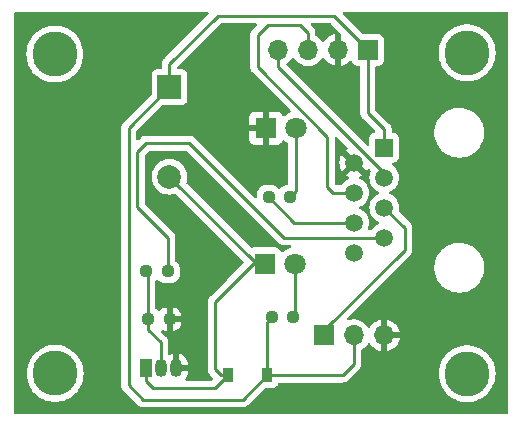
<source format=gbr>
%TF.GenerationSoftware,KiCad,Pcbnew,(6.0.8)*%
%TF.CreationDate,2022-10-29T21:58:50-05:00*%
%TF.ProjectId,SE,53452e6b-6963-4616-945f-706362585858,rev?*%
%TF.SameCoordinates,Original*%
%TF.FileFunction,Copper,L1,Top*%
%TF.FilePolarity,Positive*%
%FSLAX46Y46*%
G04 Gerber Fmt 4.6, Leading zero omitted, Abs format (unit mm)*
G04 Created by KiCad (PCBNEW (6.0.8)) date 2022-10-29 21:58:50*
%MOMM*%
%LPD*%
G01*
G04 APERTURE LIST*
G04 Aperture macros list*
%AMRoundRect*
0 Rectangle with rounded corners*
0 $1 Rounding radius*
0 $2 $3 $4 $5 $6 $7 $8 $9 X,Y pos of 4 corners*
0 Add a 4 corners polygon primitive as box body*
4,1,4,$2,$3,$4,$5,$6,$7,$8,$9,$2,$3,0*
0 Add four circle primitives for the rounded corners*
1,1,$1+$1,$2,$3*
1,1,$1+$1,$4,$5*
1,1,$1+$1,$6,$7*
1,1,$1+$1,$8,$9*
0 Add four rect primitives between the rounded corners*
20,1,$1+$1,$2,$3,$4,$5,0*
20,1,$1+$1,$4,$5,$6,$7,0*
20,1,$1+$1,$6,$7,$8,$9,0*
20,1,$1+$1,$8,$9,$2,$3,0*%
G04 Aperture macros list end*
%TA.AperFunction,SMDPad,CuDef*%
%ADD10R,0.900000X1.200000*%
%TD*%
%TA.AperFunction,SMDPad,CuDef*%
%ADD11RoundRect,0.237500X0.250000X0.237500X-0.250000X0.237500X-0.250000X-0.237500X0.250000X-0.237500X0*%
%TD*%
%TA.AperFunction,ComponentPad*%
%ADD12R,2.000000X2.000000*%
%TD*%
%TA.AperFunction,ComponentPad*%
%ADD13C,2.000000*%
%TD*%
%TA.AperFunction,ComponentPad*%
%ADD14R,1.700000X1.700000*%
%TD*%
%TA.AperFunction,ComponentPad*%
%ADD15O,1.700000X1.700000*%
%TD*%
%TA.AperFunction,SMDPad,CuDef*%
%ADD16RoundRect,0.237500X-0.250000X-0.237500X0.250000X-0.237500X0.250000X0.237500X-0.250000X0.237500X0*%
%TD*%
%TA.AperFunction,ComponentPad*%
%ADD17C,3.800000*%
%TD*%
%TA.AperFunction,ComponentPad*%
%ADD18R,1.800000X1.800000*%
%TD*%
%TA.AperFunction,ComponentPad*%
%ADD19C,1.800000*%
%TD*%
%TA.AperFunction,ComponentPad*%
%ADD20R,1.500000X1.500000*%
%TD*%
%TA.AperFunction,ComponentPad*%
%ADD21C,1.500000*%
%TD*%
%TA.AperFunction,ComponentPad*%
%ADD22R,1.050000X1.500000*%
%TD*%
%TA.AperFunction,ComponentPad*%
%ADD23O,1.050000X1.500000*%
%TD*%
%TA.AperFunction,Conductor*%
%ADD24C,0.250000*%
%TD*%
G04 APERTURE END LIST*
D10*
%TO.P,D5,1,K*%
%TO.N,+3.3V*%
X58710000Y-66340000D03*
%TO.P,D5,2,A*%
%TO.N,Net-(BZ1-Pad2)*%
X55410000Y-66340000D03*
%TD*%
D11*
%TO.P,R14,1*%
%TO.N,Buzzer*%
X50302500Y-57570000D03*
%TO.P,R14,2*%
%TO.N,Net-(Q4-Pad2)*%
X48477500Y-57570000D03*
%TD*%
D12*
%TO.P,BZ1,1,-*%
%TO.N,+3.3V*%
X50440000Y-41960000D03*
D13*
%TO.P,BZ1,2,+*%
%TO.N,Net-(BZ1-Pad2)*%
X50440000Y-49560000D03*
%TD*%
D14*
%TO.P,J3,1,Pin_1*%
%TO.N,Botones*%
X63505000Y-62980000D03*
D15*
%TO.P,J3,2,Pin_2*%
%TO.N,+3.3V*%
X66045000Y-62980000D03*
%TO.P,J3,3,Pin_3*%
%TO.N,GND*%
X68585000Y-62980000D03*
%TD*%
D16*
%TO.P,R19,1*%
%TO.N,Net-(Q4-Pad2)*%
X48620000Y-61610000D03*
%TO.P,R19,2*%
%TO.N,GND*%
X50445000Y-61610000D03*
%TD*%
D17*
%TO.P,REF\u002A\u002A,1*%
%TO.N,N/C*%
X40760000Y-66210000D03*
%TD*%
D11*
%TO.P,R18,1*%
%TO.N,Net-(D4-Pad2)*%
X60912500Y-61450000D03*
%TO.P,R18,2*%
%TO.N,+3.3V*%
X59087500Y-61450000D03*
%TD*%
D17*
%TO.P,REF\u002A\u002A,1*%
%TO.N,N/C*%
X40730000Y-39160000D03*
%TD*%
D16*
%TO.P,R1,1*%
%TO.N,Led_Verde*%
X58830000Y-51250000D03*
%TO.P,R1,2*%
%TO.N,Net-(D1-Pad2)*%
X60655000Y-51250000D03*
%TD*%
D18*
%TO.P,D1,1,K*%
%TO.N,GND*%
X58595000Y-45440000D03*
D19*
%TO.P,D1,2,A*%
%TO.N,Net-(D1-Pad2)*%
X61135000Y-45440000D03*
%TD*%
D17*
%TO.P,REF\u002A\u002A,1*%
%TO.N,N/C*%
X75630000Y-39070000D03*
%TD*%
D18*
%TO.P,D4,1,K*%
%TO.N,Net-(BZ1-Pad2)*%
X58485000Y-56950000D03*
D19*
%TO.P,D4,2,A*%
%TO.N,Net-(D4-Pad2)*%
X61025000Y-56950000D03*
%TD*%
D17*
%TO.P,REF\u002A\u002A,1*%
%TO.N,N/C*%
X75640000Y-66220000D03*
%TD*%
D20*
%TO.P,J1,1*%
%TO.N,+3.3V*%
X68620000Y-47087500D03*
D21*
%TO.P,J1,2*%
%TO.N,GND*%
X66080000Y-48357500D03*
%TO.P,J1,3*%
%TO.N,SDA*%
X68620000Y-49627500D03*
%TO.P,J1,4*%
%TO.N,SCL*%
X66080000Y-50897500D03*
%TO.P,J1,5*%
%TO.N,Botones*%
X68620000Y-52167500D03*
%TO.P,J1,6*%
%TO.N,Led_Verde*%
X66080000Y-53437500D03*
%TO.P,J1,7*%
%TO.N,Buzzer*%
X68620000Y-54707500D03*
%TO.P,J1,8*%
%TO.N,unconnected-(J1-Pad8)*%
X66080000Y-55977500D03*
%TD*%
D22*
%TO.P,Q4,1,C*%
%TO.N,Net-(BZ1-Pad2)*%
X48440000Y-65770000D03*
D23*
%TO.P,Q4,2,B*%
%TO.N,Net-(Q4-Pad2)*%
X49710000Y-65770000D03*
%TO.P,Q4,3,E*%
%TO.N,GND*%
X50980000Y-65770000D03*
%TD*%
D14*
%TO.P,J2,1,Pin_1*%
%TO.N,+3.3V*%
X67240000Y-38810000D03*
D15*
%TO.P,J2,2,Pin_2*%
%TO.N,GND*%
X64700000Y-38810000D03*
%TO.P,J2,3,Pin_3*%
%TO.N,SCL*%
X62160000Y-38810000D03*
%TO.P,J2,4,Pin_4*%
%TO.N,SDA*%
X59620000Y-38810000D03*
%TD*%
D24*
%TO.N,+3.3V*%
X46980000Y-45420000D02*
X50440000Y-41960000D01*
X67240000Y-38810000D02*
X67240000Y-44170000D01*
X65100000Y-66340000D02*
X66045000Y-65395000D01*
X54530000Y-35910000D02*
X64340000Y-35910000D01*
X46980000Y-67200000D02*
X46980000Y-45420000D01*
X64340000Y-35910000D02*
X67240000Y-38810000D01*
X58710000Y-61827500D02*
X58710000Y-66340000D01*
X50440000Y-40000000D02*
X54530000Y-35910000D01*
X58710000Y-66340000D02*
X65100000Y-66340000D01*
X56630000Y-68420000D02*
X48200000Y-68420000D01*
X68620000Y-45550000D02*
X68620000Y-47087500D01*
X66045000Y-65395000D02*
X66045000Y-62980000D01*
X48200000Y-68420000D02*
X46980000Y-67200000D01*
X58710000Y-66340000D02*
X56630000Y-68420000D01*
X67240000Y-44170000D02*
X68620000Y-45550000D01*
X59087500Y-61450000D02*
X58710000Y-61827500D01*
X50440000Y-41960000D02*
X50440000Y-40000000D01*
%TO.N,Net-(BZ1-Pad2)*%
X54300000Y-67450000D02*
X49080000Y-67450000D01*
X54790000Y-66340000D02*
X55410000Y-66340000D01*
X58485000Y-56950000D02*
X57540000Y-56950000D01*
X54310000Y-65860000D02*
X54790000Y-66340000D01*
X48440000Y-66810000D02*
X48440000Y-65770000D01*
X50440000Y-49560000D02*
X57830000Y-56950000D01*
X49080000Y-67450000D02*
X48440000Y-66810000D01*
X54310000Y-60180000D02*
X54310000Y-65860000D01*
X57540000Y-56950000D02*
X54310000Y-60180000D01*
X55410000Y-66340000D02*
X54300000Y-67450000D01*
X57830000Y-56950000D02*
X58485000Y-56950000D01*
%TO.N,Botones*%
X63505000Y-62565000D02*
X70340000Y-55730000D01*
X63505000Y-62980000D02*
X63505000Y-62565000D01*
X70340000Y-53887500D02*
X68620000Y-52167500D01*
X70340000Y-55730000D02*
X70340000Y-53887500D01*
%TO.N,Led_Verde*%
X66080000Y-53437500D02*
X61017500Y-53437500D01*
X61017500Y-53437500D02*
X58830000Y-51250000D01*
%TO.N,Buzzer*%
X47710000Y-47450000D02*
X48460000Y-46700000D01*
X50302500Y-57570000D02*
X50302500Y-54702500D01*
X60127500Y-54707500D02*
X68620000Y-54707500D01*
X50302500Y-54702500D02*
X47710000Y-52110000D01*
X52120000Y-46700000D02*
X60127500Y-54707500D01*
X47710000Y-52110000D02*
X47710000Y-47450000D01*
X48460000Y-46700000D02*
X52120000Y-46700000D01*
%TO.N,Net-(D4-Pad2)*%
X60912500Y-61450000D02*
X61025000Y-61337500D01*
X61025000Y-61337500D02*
X61025000Y-56950000D01*
%TO.N,Net-(D1-Pad2)*%
X61135000Y-50770000D02*
X61135000Y-45440000D01*
X60655000Y-51250000D02*
X61135000Y-50770000D01*
%TO.N,SCL*%
X62160000Y-37380000D02*
X61470000Y-36690000D01*
X63800000Y-46150000D02*
X63800000Y-50440000D01*
X63800000Y-50440000D02*
X64257500Y-50897500D01*
X58780000Y-36690000D02*
X57900000Y-37570000D01*
X64257500Y-50897500D02*
X66080000Y-50897500D01*
X57900000Y-37570000D02*
X57900000Y-40250000D01*
X62160000Y-38810000D02*
X62160000Y-37380000D01*
X61470000Y-36690000D02*
X58780000Y-36690000D01*
X57900000Y-40250000D02*
X63800000Y-46150000D01*
%TO.N,SDA*%
X68620000Y-49270000D02*
X68620000Y-49627500D01*
X59620000Y-40270000D02*
X68620000Y-49270000D01*
X59620000Y-38810000D02*
X59620000Y-40270000D01*
%TO.N,Net-(Q4-Pad2)*%
X48477500Y-57570000D02*
X48620000Y-57712500D01*
X48620000Y-62490000D02*
X48620000Y-61610000D01*
X48620000Y-57712500D02*
X48620000Y-61610000D01*
X49710000Y-65770000D02*
X49710000Y-63580000D01*
X49710000Y-63580000D02*
X48620000Y-62490000D01*
%TD*%
%TA.AperFunction,Conductor*%
%TO.N,GND*%
G36*
X53719526Y-35608502D02*
G01*
X53766019Y-35662158D01*
X53776123Y-35732432D01*
X53746629Y-35797012D01*
X53740500Y-35803595D01*
X50047747Y-39496348D01*
X50039461Y-39503888D01*
X50032982Y-39508000D01*
X50027557Y-39513777D01*
X49986357Y-39557651D01*
X49983602Y-39560493D01*
X49963865Y-39580230D01*
X49961385Y-39583427D01*
X49953682Y-39592447D01*
X49923414Y-39624679D01*
X49919595Y-39631625D01*
X49919593Y-39631628D01*
X49913652Y-39642434D01*
X49902801Y-39658953D01*
X49890386Y-39674959D01*
X49887241Y-39682228D01*
X49887238Y-39682232D01*
X49872826Y-39715537D01*
X49867609Y-39726187D01*
X49846305Y-39764940D01*
X49844334Y-39772615D01*
X49844334Y-39772616D01*
X49841267Y-39784562D01*
X49834863Y-39803266D01*
X49826819Y-39821855D01*
X49825580Y-39829678D01*
X49825577Y-39829688D01*
X49819901Y-39865524D01*
X49817495Y-39877144D01*
X49806500Y-39919970D01*
X49806500Y-39940224D01*
X49804949Y-39959934D01*
X49801780Y-39979943D01*
X49802526Y-39987835D01*
X49805941Y-40023961D01*
X49806500Y-40035819D01*
X49806500Y-40325500D01*
X49786498Y-40393621D01*
X49732842Y-40440114D01*
X49680500Y-40451500D01*
X49391866Y-40451500D01*
X49329684Y-40458255D01*
X49193295Y-40509385D01*
X49076739Y-40596739D01*
X48989385Y-40713295D01*
X48938255Y-40849684D01*
X48931500Y-40911866D01*
X48931500Y-42520406D01*
X48911498Y-42588527D01*
X48894595Y-42609501D01*
X46587747Y-44916348D01*
X46579461Y-44923888D01*
X46572982Y-44928000D01*
X46567557Y-44933777D01*
X46526357Y-44977651D01*
X46523602Y-44980493D01*
X46503865Y-45000230D01*
X46501385Y-45003427D01*
X46493682Y-45012447D01*
X46463414Y-45044679D01*
X46459595Y-45051625D01*
X46459593Y-45051628D01*
X46453652Y-45062434D01*
X46442801Y-45078953D01*
X46430386Y-45094959D01*
X46427241Y-45102228D01*
X46427238Y-45102232D01*
X46412826Y-45135537D01*
X46407609Y-45146187D01*
X46386305Y-45184940D01*
X46384334Y-45192615D01*
X46384334Y-45192616D01*
X46381267Y-45204562D01*
X46374863Y-45223266D01*
X46366819Y-45241855D01*
X46365580Y-45249678D01*
X46365577Y-45249688D01*
X46359901Y-45285524D01*
X46357495Y-45297144D01*
X46348472Y-45332289D01*
X46346500Y-45339970D01*
X46346500Y-45360224D01*
X46344949Y-45379934D01*
X46341780Y-45399943D01*
X46342526Y-45407835D01*
X46345941Y-45443961D01*
X46346500Y-45455819D01*
X46346500Y-67121233D01*
X46345973Y-67132416D01*
X46344298Y-67139909D01*
X46344547Y-67147835D01*
X46344547Y-67147836D01*
X46346438Y-67207986D01*
X46346500Y-67211945D01*
X46346500Y-67239856D01*
X46346997Y-67243790D01*
X46346997Y-67243791D01*
X46347005Y-67243856D01*
X46347938Y-67255693D01*
X46349327Y-67299889D01*
X46354978Y-67319339D01*
X46358987Y-67338700D01*
X46361526Y-67358797D01*
X46364445Y-67366168D01*
X46364445Y-67366170D01*
X46377804Y-67399912D01*
X46381649Y-67411142D01*
X46393982Y-67453593D01*
X46398015Y-67460412D01*
X46398017Y-67460417D01*
X46404293Y-67471028D01*
X46412988Y-67488776D01*
X46420448Y-67507617D01*
X46425110Y-67514033D01*
X46425110Y-67514034D01*
X46446436Y-67543387D01*
X46452952Y-67553307D01*
X46467549Y-67577988D01*
X46475458Y-67591362D01*
X46489779Y-67605683D01*
X46502619Y-67620716D01*
X46514528Y-67637107D01*
X46548605Y-67665298D01*
X46557384Y-67673288D01*
X47696343Y-68812247D01*
X47703887Y-68820537D01*
X47708000Y-68827018D01*
X47713777Y-68832443D01*
X47757667Y-68873658D01*
X47760509Y-68876413D01*
X47780231Y-68896135D01*
X47783355Y-68898558D01*
X47783359Y-68898562D01*
X47783424Y-68898612D01*
X47792445Y-68906317D01*
X47824679Y-68936586D01*
X47831627Y-68940405D01*
X47831629Y-68940407D01*
X47842432Y-68946346D01*
X47858959Y-68957202D01*
X47868698Y-68964757D01*
X47868700Y-68964758D01*
X47874960Y-68969614D01*
X47915540Y-68987174D01*
X47926188Y-68992391D01*
X47950976Y-69006018D01*
X47964940Y-69013695D01*
X47972616Y-69015666D01*
X47972619Y-69015667D01*
X47984562Y-69018733D01*
X48003267Y-69025137D01*
X48021855Y-69033181D01*
X48029678Y-69034420D01*
X48029688Y-69034423D01*
X48065524Y-69040099D01*
X48077144Y-69042505D01*
X48108959Y-69050673D01*
X48119970Y-69053500D01*
X48140224Y-69053500D01*
X48159934Y-69055051D01*
X48179943Y-69058220D01*
X48187835Y-69057474D01*
X48206580Y-69055702D01*
X48223962Y-69054059D01*
X48235819Y-69053500D01*
X56551233Y-69053500D01*
X56562416Y-69054027D01*
X56569909Y-69055702D01*
X56577835Y-69055453D01*
X56577836Y-69055453D01*
X56637986Y-69053562D01*
X56641945Y-69053500D01*
X56669856Y-69053500D01*
X56673791Y-69053003D01*
X56673856Y-69052995D01*
X56685693Y-69052062D01*
X56717951Y-69051048D01*
X56721970Y-69050922D01*
X56729889Y-69050673D01*
X56749343Y-69045021D01*
X56768700Y-69041013D01*
X56780930Y-69039468D01*
X56780931Y-69039468D01*
X56788797Y-69038474D01*
X56796168Y-69035555D01*
X56796170Y-69035555D01*
X56829912Y-69022196D01*
X56841142Y-69018351D01*
X56875983Y-69008229D01*
X56875984Y-69008229D01*
X56883593Y-69006018D01*
X56890412Y-69001985D01*
X56890417Y-69001983D01*
X56901028Y-68995707D01*
X56918776Y-68987012D01*
X56937617Y-68979552D01*
X56973387Y-68953564D01*
X56983307Y-68947048D01*
X57014535Y-68928580D01*
X57014538Y-68928578D01*
X57021362Y-68924542D01*
X57035683Y-68910221D01*
X57050717Y-68897380D01*
X57052431Y-68896135D01*
X57067107Y-68885472D01*
X57095298Y-68851395D01*
X57103288Y-68842616D01*
X58460499Y-67485405D01*
X58522811Y-67451379D01*
X58549594Y-67448500D01*
X59208134Y-67448500D01*
X59270316Y-67441745D01*
X59406705Y-67390615D01*
X59523261Y-67303261D01*
X59610615Y-67186705D01*
X59659888Y-67055270D01*
X59702530Y-66998506D01*
X59769091Y-66973806D01*
X59777870Y-66973500D01*
X65021233Y-66973500D01*
X65032416Y-66974027D01*
X65039909Y-66975702D01*
X65047835Y-66975453D01*
X65047836Y-66975453D01*
X65107986Y-66973562D01*
X65111945Y-66973500D01*
X65139856Y-66973500D01*
X65143791Y-66973003D01*
X65143856Y-66972995D01*
X65155693Y-66972062D01*
X65187951Y-66971048D01*
X65191970Y-66970922D01*
X65199889Y-66970673D01*
X65219343Y-66965021D01*
X65238700Y-66961013D01*
X65250930Y-66959468D01*
X65250931Y-66959468D01*
X65258797Y-66958474D01*
X65266168Y-66955555D01*
X65266170Y-66955555D01*
X65299912Y-66942196D01*
X65311142Y-66938351D01*
X65345983Y-66928229D01*
X65345984Y-66928229D01*
X65353593Y-66926018D01*
X65360412Y-66921985D01*
X65360417Y-66921983D01*
X65371028Y-66915707D01*
X65388776Y-66907012D01*
X65407617Y-66899552D01*
X65443387Y-66873564D01*
X65453307Y-66867048D01*
X65484535Y-66848580D01*
X65484538Y-66848578D01*
X65491362Y-66844542D01*
X65505683Y-66830221D01*
X65520717Y-66817380D01*
X65522268Y-66816253D01*
X65537107Y-66805472D01*
X65542158Y-66799367D01*
X65542163Y-66799362D01*
X65565299Y-66771396D01*
X65573287Y-66762618D01*
X66115905Y-66220000D01*
X73226738Y-66220000D01*
X73245767Y-66522462D01*
X73302555Y-66820154D01*
X73396206Y-67108381D01*
X73397893Y-67111967D01*
X73397895Y-67111971D01*
X73411042Y-67139909D01*
X73525242Y-67382598D01*
X73687630Y-67638480D01*
X73690149Y-67641525D01*
X73690152Y-67641529D01*
X73691012Y-67642568D01*
X73880808Y-67871992D01*
X74101729Y-68079450D01*
X74346910Y-68257584D01*
X74612483Y-68403585D01*
X74616152Y-68405038D01*
X74616157Y-68405040D01*
X74890591Y-68513696D01*
X74894261Y-68515149D01*
X75187800Y-68590516D01*
X75488470Y-68628500D01*
X75791530Y-68628500D01*
X76092200Y-68590516D01*
X76385739Y-68515149D01*
X76389409Y-68513696D01*
X76663843Y-68405040D01*
X76663848Y-68405038D01*
X76667517Y-68403585D01*
X76933090Y-68257584D01*
X77178271Y-68079450D01*
X77399192Y-67871992D01*
X77588988Y-67642568D01*
X77589848Y-67641529D01*
X77589851Y-67641525D01*
X77592370Y-67638480D01*
X77754758Y-67382598D01*
X77868958Y-67139909D01*
X77882105Y-67111971D01*
X77882107Y-67111967D01*
X77883794Y-67108381D01*
X77977445Y-66820154D01*
X78034233Y-66522462D01*
X78053262Y-66220000D01*
X78034233Y-65917538D01*
X77977445Y-65619846D01*
X77910905Y-65415057D01*
X77885020Y-65335392D01*
X77885020Y-65335391D01*
X77883794Y-65331619D01*
X77879089Y-65321619D01*
X77756445Y-65060988D01*
X77754758Y-65057402D01*
X77592370Y-64801520D01*
X77584098Y-64791520D01*
X77531306Y-64727706D01*
X77399192Y-64568008D01*
X77178271Y-64360550D01*
X76933090Y-64182416D01*
X76914901Y-64172416D01*
X76670986Y-64038322D01*
X76670985Y-64038321D01*
X76667517Y-64036415D01*
X76663848Y-64034962D01*
X76663843Y-64034960D01*
X76389409Y-63926304D01*
X76389408Y-63926304D01*
X76385739Y-63924851D01*
X76092200Y-63849484D01*
X75791530Y-63811500D01*
X75488470Y-63811500D01*
X75187800Y-63849484D01*
X74894261Y-63924851D01*
X74890592Y-63926304D01*
X74890591Y-63926304D01*
X74616157Y-64034960D01*
X74616152Y-64034962D01*
X74612483Y-64036415D01*
X74609015Y-64038321D01*
X74609014Y-64038322D01*
X74365100Y-64172416D01*
X74346910Y-64182416D01*
X74101729Y-64360550D01*
X73880808Y-64568008D01*
X73748694Y-64727706D01*
X73695903Y-64791520D01*
X73687630Y-64801520D01*
X73525242Y-65057402D01*
X73523555Y-65060988D01*
X73400912Y-65321619D01*
X73396206Y-65331619D01*
X73394980Y-65335391D01*
X73394980Y-65335392D01*
X73369095Y-65415057D01*
X73302555Y-65619846D01*
X73245767Y-65917538D01*
X73226738Y-66220000D01*
X66115905Y-66220000D01*
X66437253Y-65898652D01*
X66445539Y-65891112D01*
X66452018Y-65887000D01*
X66466156Y-65871945D01*
X66498643Y-65837349D01*
X66501398Y-65834507D01*
X66521135Y-65814770D01*
X66523615Y-65811573D01*
X66531320Y-65802551D01*
X66556159Y-65776100D01*
X66561586Y-65770321D01*
X66565405Y-65763375D01*
X66565407Y-65763372D01*
X66571348Y-65752566D01*
X66582199Y-65736047D01*
X66589758Y-65726301D01*
X66594614Y-65720041D01*
X66597759Y-65712772D01*
X66597762Y-65712768D01*
X66612174Y-65679463D01*
X66617391Y-65668813D01*
X66638695Y-65630060D01*
X66643733Y-65610437D01*
X66650137Y-65591734D01*
X66655033Y-65580420D01*
X66655033Y-65580419D01*
X66658181Y-65573145D01*
X66659420Y-65565322D01*
X66659423Y-65565312D01*
X66665099Y-65529476D01*
X66667505Y-65517856D01*
X66676528Y-65482711D01*
X66676528Y-65482710D01*
X66678500Y-65475030D01*
X66678500Y-65454776D01*
X66680051Y-65435065D01*
X66681980Y-65422886D01*
X66683220Y-65415057D01*
X66679059Y-65371038D01*
X66678500Y-65359181D01*
X66678500Y-64260427D01*
X66698502Y-64192306D01*
X66739618Y-64152550D01*
X66742994Y-64150896D01*
X66924860Y-64021173D01*
X67083096Y-63863489D01*
X67099638Y-63840469D01*
X67213453Y-63682077D01*
X67214640Y-63682930D01*
X67261960Y-63639362D01*
X67331897Y-63627145D01*
X67397338Y-63654678D01*
X67425166Y-63686511D01*
X67482694Y-63780388D01*
X67488777Y-63788699D01*
X67628213Y-63949667D01*
X67635580Y-63956883D01*
X67799434Y-64092916D01*
X67807881Y-64098831D01*
X67991756Y-64206279D01*
X68001042Y-64210729D01*
X68200001Y-64286703D01*
X68209899Y-64289579D01*
X68313250Y-64310606D01*
X68327299Y-64309410D01*
X68331000Y-64299065D01*
X68331000Y-64298517D01*
X68839000Y-64298517D01*
X68843064Y-64312359D01*
X68856478Y-64314393D01*
X68863184Y-64313534D01*
X68873262Y-64311392D01*
X69077255Y-64250191D01*
X69086842Y-64246433D01*
X69278095Y-64152739D01*
X69286945Y-64147464D01*
X69460328Y-64023792D01*
X69468200Y-64017139D01*
X69619052Y-63866812D01*
X69625730Y-63858965D01*
X69750003Y-63686020D01*
X69755313Y-63677183D01*
X69849670Y-63486267D01*
X69853469Y-63476672D01*
X69915377Y-63272910D01*
X69917555Y-63262837D01*
X69918986Y-63251962D01*
X69916775Y-63237778D01*
X69903617Y-63234000D01*
X68857115Y-63234000D01*
X68841876Y-63238475D01*
X68840671Y-63239865D01*
X68839000Y-63247548D01*
X68839000Y-64298517D01*
X68331000Y-64298517D01*
X68331000Y-62707885D01*
X68839000Y-62707885D01*
X68843475Y-62723124D01*
X68844865Y-62724329D01*
X68852548Y-62726000D01*
X69903344Y-62726000D01*
X69916875Y-62722027D01*
X69918180Y-62712947D01*
X69876214Y-62545875D01*
X69872894Y-62536124D01*
X69787972Y-62340814D01*
X69783105Y-62331739D01*
X69667426Y-62152926D01*
X69661136Y-62144757D01*
X69517806Y-61987240D01*
X69510273Y-61980215D01*
X69343139Y-61848222D01*
X69334552Y-61842517D01*
X69148117Y-61739599D01*
X69138705Y-61735369D01*
X68937959Y-61664280D01*
X68927988Y-61661646D01*
X68856837Y-61648972D01*
X68843540Y-61650432D01*
X68839000Y-61664989D01*
X68839000Y-62707885D01*
X68331000Y-62707885D01*
X68331000Y-61663102D01*
X68327082Y-61649758D01*
X68312806Y-61647771D01*
X68274324Y-61653660D01*
X68264288Y-61656051D01*
X68061868Y-61722212D01*
X68052359Y-61726209D01*
X67863463Y-61824542D01*
X67854738Y-61830036D01*
X67684433Y-61957905D01*
X67676726Y-61964748D01*
X67529590Y-62118717D01*
X67523109Y-62126722D01*
X67418498Y-62280074D01*
X67363587Y-62325076D01*
X67293062Y-62333247D01*
X67229315Y-62301993D01*
X67208618Y-62277509D01*
X67127822Y-62152617D01*
X67127820Y-62152614D01*
X67125014Y-62148277D01*
X66974670Y-61983051D01*
X66970619Y-61979852D01*
X66970615Y-61979848D01*
X66803414Y-61847800D01*
X66803410Y-61847798D01*
X66799359Y-61844598D01*
X66763028Y-61824542D01*
X66746349Y-61815335D01*
X66603789Y-61736638D01*
X66598920Y-61734914D01*
X66598916Y-61734912D01*
X66398087Y-61663795D01*
X66398083Y-61663794D01*
X66393212Y-61662069D01*
X66388119Y-61661162D01*
X66388116Y-61661161D01*
X66178373Y-61623800D01*
X66178367Y-61623799D01*
X66173284Y-61622894D01*
X66099452Y-61621992D01*
X65955081Y-61620228D01*
X65955079Y-61620228D01*
X65949911Y-61620165D01*
X65729091Y-61653955D01*
X65640421Y-61682937D01*
X65610184Y-61692820D01*
X65539220Y-61694971D01*
X65478359Y-61658415D01*
X65446922Y-61594758D01*
X65454892Y-61524210D01*
X65481944Y-61483960D01*
X69585701Y-57380203D01*
X72860743Y-57380203D01*
X72898268Y-57665234D01*
X72899401Y-57669374D01*
X72899401Y-57669376D01*
X72901738Y-57677917D01*
X72974129Y-57942536D01*
X72975813Y-57946484D01*
X73073185Y-58174767D01*
X73086923Y-58206976D01*
X73127055Y-58274031D01*
X73206251Y-58406358D01*
X73234561Y-58453661D01*
X73414313Y-58678028D01*
X73622851Y-58875923D01*
X73856317Y-59043686D01*
X73860112Y-59045695D01*
X73860113Y-59045696D01*
X73881869Y-59057215D01*
X74110392Y-59178212D01*
X74380373Y-59277011D01*
X74661264Y-59338255D01*
X74689841Y-59340504D01*
X74884282Y-59355807D01*
X74884291Y-59355807D01*
X74886739Y-59356000D01*
X75042271Y-59356000D01*
X75044407Y-59355854D01*
X75044418Y-59355854D01*
X75252548Y-59341665D01*
X75252554Y-59341664D01*
X75256825Y-59341373D01*
X75261020Y-59340504D01*
X75261022Y-59340504D01*
X75397583Y-59312224D01*
X75538342Y-59283074D01*
X75809343Y-59187107D01*
X76064812Y-59055250D01*
X76068313Y-59052789D01*
X76068317Y-59052787D01*
X76182417Y-58972596D01*
X76300023Y-58889941D01*
X76510622Y-58694240D01*
X76692713Y-58471768D01*
X76842927Y-58226642D01*
X76849685Y-58211248D01*
X76956757Y-57967330D01*
X76958483Y-57963398D01*
X77037244Y-57686906D01*
X77077751Y-57402284D01*
X77077845Y-57384451D01*
X77079235Y-57119083D01*
X77079235Y-57119076D01*
X77079257Y-57114797D01*
X77066888Y-57020841D01*
X77057351Y-56948408D01*
X77041732Y-56829766D01*
X76965871Y-56552464D01*
X76853077Y-56288024D01*
X76747189Y-56111098D01*
X76707643Y-56045021D01*
X76707640Y-56045017D01*
X76705439Y-56041339D01*
X76525687Y-55816972D01*
X76376342Y-55675249D01*
X76320258Y-55622027D01*
X76320255Y-55622025D01*
X76317149Y-55619077D01*
X76083683Y-55451314D01*
X76061843Y-55439750D01*
X76002755Y-55408465D01*
X75829608Y-55316788D01*
X75666541Y-55257114D01*
X75563658Y-55219464D01*
X75563656Y-55219463D01*
X75559627Y-55217989D01*
X75278736Y-55156745D01*
X75247685Y-55154301D01*
X75055718Y-55139193D01*
X75055709Y-55139193D01*
X75053261Y-55139000D01*
X74897729Y-55139000D01*
X74895593Y-55139146D01*
X74895582Y-55139146D01*
X74687452Y-55153335D01*
X74687446Y-55153336D01*
X74683175Y-55153627D01*
X74678980Y-55154496D01*
X74678978Y-55154496D01*
X74551811Y-55180831D01*
X74401658Y-55211926D01*
X74130657Y-55307893D01*
X73875188Y-55439750D01*
X73871687Y-55442211D01*
X73871683Y-55442213D01*
X73858734Y-55451314D01*
X73639977Y-55605059D01*
X73594729Y-55647106D01*
X73459456Y-55772810D01*
X73429378Y-55800760D01*
X73247287Y-56023232D01*
X73097073Y-56268358D01*
X72981517Y-56531602D01*
X72980342Y-56535729D01*
X72980341Y-56535730D01*
X72955716Y-56622176D01*
X72902756Y-56808094D01*
X72882787Y-56948408D01*
X72864930Y-57073881D01*
X72862249Y-57092716D01*
X72862227Y-57097005D01*
X72862226Y-57097012D01*
X72861235Y-57286194D01*
X72860743Y-57380203D01*
X69585701Y-57380203D01*
X70732247Y-56233657D01*
X70740537Y-56226113D01*
X70747018Y-56222000D01*
X70793659Y-56172332D01*
X70796413Y-56169491D01*
X70816135Y-56149769D01*
X70818619Y-56146567D01*
X70826317Y-56137555D01*
X70851161Y-56111098D01*
X70856586Y-56105321D01*
X70866347Y-56087566D01*
X70877198Y-56071047D01*
X70889614Y-56055041D01*
X70893950Y-56045021D01*
X70907174Y-56014463D01*
X70912391Y-56003813D01*
X70933695Y-55965060D01*
X70938733Y-55945437D01*
X70945137Y-55926734D01*
X70950033Y-55915420D01*
X70950033Y-55915419D01*
X70953181Y-55908145D01*
X70954420Y-55900322D01*
X70954423Y-55900312D01*
X70960099Y-55864476D01*
X70962505Y-55852856D01*
X70971528Y-55817711D01*
X70971528Y-55817710D01*
X70973500Y-55810030D01*
X70973500Y-55789776D01*
X70975051Y-55770065D01*
X70976980Y-55757886D01*
X70978220Y-55750057D01*
X70974059Y-55706038D01*
X70973500Y-55694181D01*
X70973500Y-53966263D01*
X70974027Y-53955079D01*
X70975701Y-53947591D01*
X70973562Y-53879532D01*
X70973500Y-53875575D01*
X70973500Y-53847644D01*
X70972994Y-53843638D01*
X70972061Y-53831792D01*
X70970922Y-53795537D01*
X70970673Y-53787610D01*
X70965022Y-53768158D01*
X70961014Y-53748806D01*
X70959467Y-53736563D01*
X70958474Y-53728703D01*
X70955556Y-53721332D01*
X70942200Y-53687597D01*
X70938355Y-53676370D01*
X70937721Y-53674187D01*
X70926018Y-53633907D01*
X70921984Y-53627085D01*
X70921981Y-53627079D01*
X70915706Y-53616468D01*
X70907010Y-53598718D01*
X70902472Y-53587256D01*
X70902469Y-53587251D01*
X70899552Y-53579883D01*
X70886901Y-53562470D01*
X70873573Y-53544125D01*
X70867057Y-53534207D01*
X70848575Y-53502957D01*
X70844542Y-53496137D01*
X70830218Y-53481813D01*
X70817376Y-53466778D01*
X70814911Y-53463385D01*
X70805472Y-53450393D01*
X70771406Y-53422211D01*
X70762627Y-53414222D01*
X69888328Y-52539923D01*
X69854302Y-52477611D01*
X69855716Y-52418217D01*
X69862691Y-52392185D01*
X69862692Y-52392181D01*
X69864115Y-52386871D01*
X69883307Y-52167500D01*
X69864115Y-51948129D01*
X69807120Y-51735424D01*
X69721123Y-51551002D01*
X69716382Y-51540834D01*
X69716379Y-51540829D01*
X69714056Y-51535847D01*
X69709369Y-51529153D01*
X69590908Y-51359973D01*
X69590906Y-51359970D01*
X69587749Y-51355462D01*
X69432038Y-51199751D01*
X69251654Y-51073444D01*
X69246672Y-51071121D01*
X69246667Y-51071118D01*
X69119232Y-51011695D01*
X69065947Y-50964778D01*
X69046486Y-50896501D01*
X69067028Y-50828541D01*
X69119232Y-50783305D01*
X69246667Y-50723882D01*
X69246672Y-50723879D01*
X69251654Y-50721556D01*
X69387817Y-50626213D01*
X69427527Y-50598408D01*
X69427529Y-50598406D01*
X69432038Y-50595249D01*
X69587749Y-50439538D01*
X69599280Y-50423071D01*
X69710899Y-50263662D01*
X69710900Y-50263660D01*
X69714056Y-50259153D01*
X69716379Y-50254171D01*
X69716382Y-50254166D01*
X69776424Y-50125404D01*
X69807120Y-50059576D01*
X69864115Y-49846871D01*
X69883307Y-49627500D01*
X69864115Y-49408129D01*
X69807120Y-49195424D01*
X69736093Y-49043106D01*
X69716382Y-49000834D01*
X69716379Y-49000829D01*
X69714056Y-48995847D01*
X69658198Y-48916073D01*
X69590908Y-48819973D01*
X69590906Y-48819970D01*
X69587749Y-48815462D01*
X69432038Y-48659751D01*
X69311306Y-48575213D01*
X69266978Y-48519756D01*
X69259669Y-48449136D01*
X69291700Y-48385776D01*
X69352901Y-48349791D01*
X69383577Y-48346000D01*
X69418134Y-48346000D01*
X69480316Y-48339245D01*
X69616705Y-48288115D01*
X69733261Y-48200761D01*
X69820615Y-48084205D01*
X69871745Y-47947816D01*
X69878500Y-47885634D01*
X69878500Y-46289366D01*
X69871745Y-46227184D01*
X69820615Y-46090795D01*
X69733261Y-45974239D01*
X69701190Y-45950203D01*
X72860743Y-45950203D01*
X72861302Y-45954447D01*
X72861302Y-45954451D01*
X72866141Y-45991203D01*
X72898268Y-46235234D01*
X72974129Y-46512536D01*
X72975813Y-46516484D01*
X73057624Y-46708285D01*
X73086923Y-46776976D01*
X73234561Y-47023661D01*
X73414313Y-47248028D01*
X73622851Y-47445923D01*
X73856317Y-47613686D01*
X73860112Y-47615695D01*
X73860113Y-47615696D01*
X73881869Y-47627215D01*
X74110392Y-47748212D01*
X74380373Y-47847011D01*
X74661264Y-47908255D01*
X74689841Y-47910504D01*
X74884282Y-47925807D01*
X74884291Y-47925807D01*
X74886739Y-47926000D01*
X75042271Y-47926000D01*
X75044407Y-47925854D01*
X75044418Y-47925854D01*
X75252548Y-47911665D01*
X75252554Y-47911664D01*
X75256825Y-47911373D01*
X75261020Y-47910504D01*
X75261022Y-47910504D01*
X75397615Y-47882217D01*
X75538342Y-47853074D01*
X75809343Y-47757107D01*
X75956432Y-47681189D01*
X76061005Y-47627215D01*
X76061006Y-47627215D01*
X76064812Y-47625250D01*
X76068313Y-47622789D01*
X76068317Y-47622787D01*
X76182418Y-47542595D01*
X76300023Y-47459941D01*
X76432991Y-47336379D01*
X76507479Y-47267161D01*
X76507481Y-47267158D01*
X76510622Y-47264240D01*
X76692713Y-47041768D01*
X76842927Y-46796642D01*
X76848132Y-46784786D01*
X76956757Y-46537330D01*
X76958483Y-46533398D01*
X76976678Y-46469526D01*
X77011749Y-46346405D01*
X77037244Y-46256906D01*
X77070798Y-46021139D01*
X77077146Y-45976536D01*
X77077146Y-45976534D01*
X77077751Y-45972284D01*
X77077845Y-45954451D01*
X77079235Y-45689083D01*
X77079235Y-45689076D01*
X77079257Y-45684797D01*
X77074084Y-45645499D01*
X77056786Y-45514110D01*
X77041732Y-45399766D01*
X77039390Y-45391203D01*
X77013456Y-45296407D01*
X76965871Y-45122464D01*
X76946356Y-45076712D01*
X76854763Y-44861976D01*
X76854761Y-44861972D01*
X76853077Y-44858024D01*
X76705439Y-44611339D01*
X76525687Y-44386972D01*
X76339046Y-44209856D01*
X76320258Y-44192027D01*
X76320255Y-44192025D01*
X76317149Y-44189077D01*
X76099068Y-44032369D01*
X76087172Y-44023821D01*
X76087171Y-44023820D01*
X76083683Y-44021314D01*
X76061843Y-44009750D01*
X76004623Y-43979454D01*
X75829608Y-43886788D01*
X75559627Y-43787989D01*
X75278736Y-43726745D01*
X75247685Y-43724301D01*
X75055718Y-43709193D01*
X75055709Y-43709193D01*
X75053261Y-43709000D01*
X74897729Y-43709000D01*
X74895593Y-43709146D01*
X74895582Y-43709146D01*
X74687452Y-43723335D01*
X74687446Y-43723336D01*
X74683175Y-43723627D01*
X74678980Y-43724496D01*
X74678978Y-43724496D01*
X74542417Y-43752776D01*
X74401658Y-43781926D01*
X74130657Y-43877893D01*
X73875188Y-44009750D01*
X73871687Y-44012211D01*
X73871683Y-44012213D01*
X73817753Y-44050116D01*
X73639977Y-44175059D01*
X73598227Y-44213856D01*
X73442040Y-44358994D01*
X73429378Y-44370760D01*
X73247287Y-44593232D01*
X73097073Y-44838358D01*
X72981517Y-45101602D01*
X72980342Y-45105729D01*
X72980341Y-45105730D01*
X72952188Y-45204562D01*
X72902756Y-45378094D01*
X72862249Y-45662716D01*
X72862227Y-45667005D01*
X72862226Y-45667012D01*
X72860765Y-45945917D01*
X72860743Y-45950203D01*
X69701190Y-45950203D01*
X69616705Y-45886885D01*
X69480316Y-45835755D01*
X69418134Y-45829000D01*
X69379500Y-45829000D01*
X69311379Y-45808998D01*
X69264886Y-45755342D01*
X69253500Y-45703000D01*
X69253500Y-45628768D01*
X69254027Y-45617585D01*
X69255702Y-45610092D01*
X69253562Y-45542001D01*
X69253500Y-45538044D01*
X69253500Y-45510144D01*
X69252996Y-45506153D01*
X69252063Y-45494311D01*
X69250923Y-45458036D01*
X69250674Y-45450111D01*
X69248462Y-45442497D01*
X69248461Y-45442492D01*
X69245023Y-45430659D01*
X69241012Y-45411295D01*
X69239467Y-45399064D01*
X69238474Y-45391203D01*
X69235557Y-45383836D01*
X69235556Y-45383831D01*
X69222198Y-45350092D01*
X69218354Y-45338865D01*
X69208230Y-45304022D01*
X69206018Y-45296407D01*
X69195707Y-45278972D01*
X69187012Y-45261224D01*
X69179552Y-45242383D01*
X69159052Y-45214166D01*
X69153564Y-45206613D01*
X69147048Y-45196693D01*
X69128580Y-45165465D01*
X69128578Y-45165462D01*
X69124542Y-45158638D01*
X69110221Y-45144317D01*
X69097380Y-45129283D01*
X69090131Y-45119306D01*
X69085472Y-45112893D01*
X69051395Y-45084702D01*
X69042616Y-45076712D01*
X67910405Y-43944500D01*
X67876379Y-43882188D01*
X67873500Y-43855405D01*
X67873500Y-40294500D01*
X67893502Y-40226379D01*
X67947158Y-40179886D01*
X67999500Y-40168500D01*
X68138134Y-40168500D01*
X68200316Y-40161745D01*
X68336705Y-40110615D01*
X68453261Y-40023261D01*
X68540615Y-39906705D01*
X68591745Y-39770316D01*
X68598500Y-39708134D01*
X68598500Y-39070000D01*
X73216738Y-39070000D01*
X73235767Y-39372462D01*
X73292555Y-39670154D01*
X73386206Y-39958381D01*
X73387893Y-39961967D01*
X73387895Y-39961971D01*
X73430246Y-40051971D01*
X73515242Y-40232598D01*
X73517366Y-40235944D01*
X73517366Y-40235945D01*
X73545298Y-40279958D01*
X73677630Y-40488480D01*
X73680149Y-40491525D01*
X73680152Y-40491529D01*
X73728727Y-40550246D01*
X73870808Y-40721992D01*
X74091729Y-40929450D01*
X74336910Y-41107584D01*
X74340379Y-41109491D01*
X74340382Y-41109493D01*
X74599014Y-41251678D01*
X74602483Y-41253585D01*
X74606152Y-41255038D01*
X74606157Y-41255040D01*
X74880591Y-41363696D01*
X74884261Y-41365149D01*
X75177800Y-41440516D01*
X75478470Y-41478500D01*
X75781530Y-41478500D01*
X76082200Y-41440516D01*
X76375739Y-41365149D01*
X76379409Y-41363696D01*
X76653843Y-41255040D01*
X76653848Y-41255038D01*
X76657517Y-41253585D01*
X76660986Y-41251678D01*
X76919618Y-41109493D01*
X76919621Y-41109491D01*
X76923090Y-41107584D01*
X77168271Y-40929450D01*
X77389192Y-40721992D01*
X77531273Y-40550246D01*
X77579848Y-40491529D01*
X77579851Y-40491525D01*
X77582370Y-40488480D01*
X77714702Y-40279958D01*
X77742634Y-40235945D01*
X77742634Y-40235944D01*
X77744758Y-40232598D01*
X77829754Y-40051971D01*
X77872105Y-39961971D01*
X77872107Y-39961967D01*
X77873794Y-39958381D01*
X77967445Y-39670154D01*
X78024233Y-39372462D01*
X78043262Y-39070000D01*
X78024233Y-38767538D01*
X77967445Y-38469846D01*
X77873794Y-38181619D01*
X77852648Y-38136680D01*
X77788796Y-38000988D01*
X77744758Y-37907402D01*
X77582370Y-37651520D01*
X77389192Y-37418008D01*
X77168271Y-37210550D01*
X77146427Y-37194679D01*
X77062931Y-37134016D01*
X76923090Y-37032416D01*
X76912706Y-37026707D01*
X76660986Y-36888322D01*
X76660985Y-36888321D01*
X76657517Y-36886415D01*
X76653848Y-36884962D01*
X76653843Y-36884960D01*
X76379409Y-36776304D01*
X76379408Y-36776304D01*
X76375739Y-36774851D01*
X76082200Y-36699484D01*
X75781530Y-36661500D01*
X75478470Y-36661500D01*
X75177800Y-36699484D01*
X74884261Y-36774851D01*
X74880592Y-36776304D01*
X74880591Y-36776304D01*
X74606157Y-36884960D01*
X74606152Y-36884962D01*
X74602483Y-36886415D01*
X74599015Y-36888321D01*
X74599014Y-36888322D01*
X74347295Y-37026707D01*
X74336910Y-37032416D01*
X74197069Y-37134016D01*
X74113574Y-37194679D01*
X74091729Y-37210550D01*
X73870808Y-37418008D01*
X73677630Y-37651520D01*
X73515242Y-37907402D01*
X73471204Y-38000988D01*
X73407353Y-38136680D01*
X73386206Y-38181619D01*
X73292555Y-38469846D01*
X73235767Y-38767538D01*
X73216738Y-39070000D01*
X68598500Y-39070000D01*
X68598500Y-37911866D01*
X68591745Y-37849684D01*
X68540615Y-37713295D01*
X68453261Y-37596739D01*
X68336705Y-37509385D01*
X68200316Y-37458255D01*
X68138134Y-37451500D01*
X66829595Y-37451500D01*
X66761474Y-37431498D01*
X66740500Y-37414595D01*
X65129500Y-35803595D01*
X65095474Y-35741283D01*
X65100539Y-35670468D01*
X65143086Y-35613632D01*
X65209606Y-35588821D01*
X65218595Y-35588500D01*
X79005500Y-35588500D01*
X79073621Y-35608502D01*
X79120114Y-35662158D01*
X79131500Y-35714500D01*
X79131500Y-69545500D01*
X79111498Y-69613621D01*
X79057842Y-69660114D01*
X79005500Y-69671500D01*
X37394500Y-69671500D01*
X37326379Y-69651498D01*
X37279886Y-69597842D01*
X37268500Y-69545500D01*
X37268500Y-66210000D01*
X38346738Y-66210000D01*
X38365767Y-66512462D01*
X38422555Y-66810154D01*
X38516206Y-67098381D01*
X38517893Y-67101967D01*
X38517895Y-67101971D01*
X38544351Y-67158192D01*
X38645242Y-67372598D01*
X38807630Y-67628480D01*
X38810149Y-67631525D01*
X38810152Y-67631529D01*
X38841215Y-67669077D01*
X39000808Y-67861992D01*
X39221729Y-68069450D01*
X39466910Y-68247584D01*
X39470379Y-68249491D01*
X39470382Y-68249493D01*
X39488572Y-68259493D01*
X39732483Y-68393585D01*
X39736152Y-68395038D01*
X39736157Y-68395040D01*
X40010591Y-68503696D01*
X40014261Y-68505149D01*
X40307800Y-68580516D01*
X40608470Y-68618500D01*
X40911530Y-68618500D01*
X41212200Y-68580516D01*
X41505739Y-68505149D01*
X41509409Y-68503696D01*
X41783843Y-68395040D01*
X41783848Y-68395038D01*
X41787517Y-68393585D01*
X42031428Y-68259493D01*
X42049618Y-68249493D01*
X42049621Y-68249491D01*
X42053090Y-68247584D01*
X42298271Y-68069450D01*
X42519192Y-67861992D01*
X42678785Y-67669077D01*
X42709848Y-67631529D01*
X42709851Y-67631525D01*
X42712370Y-67628480D01*
X42874758Y-67372598D01*
X42975649Y-67158192D01*
X43002105Y-67101971D01*
X43002107Y-67101967D01*
X43003794Y-67098381D01*
X43097445Y-66810154D01*
X43154233Y-66512462D01*
X43173262Y-66210000D01*
X43154233Y-65907538D01*
X43097445Y-65609846D01*
X43012859Y-65349519D01*
X43005020Y-65325392D01*
X43005020Y-65325391D01*
X43003794Y-65321619D01*
X42991161Y-65294771D01*
X42925554Y-65155349D01*
X42874758Y-65047402D01*
X42712370Y-64791520D01*
X42519192Y-64558008D01*
X42298271Y-64350550D01*
X42053090Y-64172416D01*
X42008480Y-64147891D01*
X41790986Y-64028322D01*
X41790985Y-64028321D01*
X41787517Y-64026415D01*
X41783848Y-64024962D01*
X41783843Y-64024960D01*
X41509409Y-63916304D01*
X41509408Y-63916304D01*
X41505739Y-63914851D01*
X41212200Y-63839484D01*
X40911530Y-63801500D01*
X40608470Y-63801500D01*
X40307800Y-63839484D01*
X40014261Y-63914851D01*
X40010592Y-63916304D01*
X40010591Y-63916304D01*
X39736157Y-64024960D01*
X39736152Y-64024962D01*
X39732483Y-64026415D01*
X39729015Y-64028321D01*
X39729014Y-64028322D01*
X39511521Y-64147891D01*
X39466910Y-64172416D01*
X39221729Y-64350550D01*
X39000808Y-64558008D01*
X38807630Y-64791520D01*
X38645242Y-65047402D01*
X38594446Y-65155349D01*
X38528840Y-65294771D01*
X38516206Y-65321619D01*
X38514980Y-65325391D01*
X38514980Y-65325392D01*
X38507141Y-65349519D01*
X38422555Y-65609846D01*
X38365767Y-65907538D01*
X38346738Y-66210000D01*
X37268500Y-66210000D01*
X37268500Y-39160000D01*
X38316738Y-39160000D01*
X38335767Y-39462462D01*
X38392555Y-39760154D01*
X38441987Y-39912289D01*
X38483867Y-40041181D01*
X38486206Y-40048381D01*
X38487893Y-40051967D01*
X38487895Y-40051971D01*
X38529973Y-40141392D01*
X38615242Y-40322598D01*
X38777630Y-40578480D01*
X38780149Y-40581525D01*
X38780152Y-40581529D01*
X38834292Y-40646973D01*
X38970808Y-40811992D01*
X39191729Y-41019450D01*
X39436910Y-41197584D01*
X39440379Y-41199491D01*
X39440382Y-41199493D01*
X39541421Y-41255040D01*
X39702483Y-41343585D01*
X39706152Y-41345038D01*
X39706157Y-41345040D01*
X39980591Y-41453696D01*
X39984261Y-41455149D01*
X40277800Y-41530516D01*
X40578470Y-41568500D01*
X40881530Y-41568500D01*
X41182200Y-41530516D01*
X41475739Y-41455149D01*
X41479409Y-41453696D01*
X41753843Y-41345040D01*
X41753848Y-41345038D01*
X41757517Y-41343585D01*
X41918579Y-41255040D01*
X42019618Y-41199493D01*
X42019621Y-41199491D01*
X42023090Y-41197584D01*
X42268271Y-41019450D01*
X42489192Y-40811992D01*
X42625708Y-40646973D01*
X42679848Y-40581529D01*
X42679851Y-40581525D01*
X42682370Y-40578480D01*
X42844758Y-40322598D01*
X42930027Y-40141392D01*
X42972105Y-40051971D01*
X42972107Y-40051967D01*
X42973794Y-40048381D01*
X42976134Y-40041181D01*
X43018013Y-39912289D01*
X43067445Y-39760154D01*
X43124233Y-39462462D01*
X43143262Y-39160000D01*
X43124233Y-38857538D01*
X43067445Y-38559846D01*
X42973794Y-38271619D01*
X42931444Y-38181619D01*
X42897777Y-38110074D01*
X42844758Y-37997402D01*
X42813862Y-37948717D01*
X42751013Y-37849684D01*
X42682370Y-37741520D01*
X42653076Y-37706109D01*
X42623930Y-37670879D01*
X42489192Y-37508008D01*
X42268271Y-37300550D01*
X42255112Y-37290989D01*
X42159059Y-37221203D01*
X42023090Y-37122416D01*
X41998629Y-37108968D01*
X41760986Y-36978322D01*
X41760985Y-36978321D01*
X41757517Y-36976415D01*
X41753848Y-36974962D01*
X41753843Y-36974960D01*
X41479409Y-36866304D01*
X41479408Y-36866304D01*
X41475739Y-36864851D01*
X41182200Y-36789484D01*
X40881530Y-36751500D01*
X40578470Y-36751500D01*
X40277800Y-36789484D01*
X39984261Y-36864851D01*
X39980592Y-36866304D01*
X39980591Y-36866304D01*
X39706157Y-36974960D01*
X39706152Y-36974962D01*
X39702483Y-36976415D01*
X39699015Y-36978321D01*
X39699014Y-36978322D01*
X39461372Y-37108968D01*
X39436910Y-37122416D01*
X39300941Y-37221203D01*
X39204889Y-37290989D01*
X39191729Y-37300550D01*
X38970808Y-37508008D01*
X38836070Y-37670879D01*
X38806925Y-37706109D01*
X38777630Y-37741520D01*
X38708987Y-37849684D01*
X38646139Y-37948717D01*
X38615242Y-37997402D01*
X38562223Y-38110074D01*
X38528557Y-38181619D01*
X38486206Y-38271619D01*
X38392555Y-38559846D01*
X38335767Y-38857538D01*
X38316738Y-39160000D01*
X37268500Y-39160000D01*
X37268500Y-35714500D01*
X37288502Y-35646379D01*
X37342158Y-35599886D01*
X37394500Y-35588500D01*
X53651405Y-35588500D01*
X53719526Y-35608502D01*
G37*
%TD.AperFunction*%
%TA.AperFunction,Conductor*%
G36*
X51873527Y-47353502D02*
G01*
X51894501Y-47370405D01*
X59623848Y-55099753D01*
X59631388Y-55108039D01*
X59635500Y-55114518D01*
X59641277Y-55119943D01*
X59685151Y-55161143D01*
X59687993Y-55163898D01*
X59707730Y-55183635D01*
X59710927Y-55186115D01*
X59719947Y-55193818D01*
X59752179Y-55224086D01*
X59759125Y-55227905D01*
X59759128Y-55227907D01*
X59769934Y-55233848D01*
X59786453Y-55244699D01*
X59802459Y-55257114D01*
X59809728Y-55260259D01*
X59809732Y-55260262D01*
X59843037Y-55274674D01*
X59853687Y-55279891D01*
X59892440Y-55301195D01*
X59900115Y-55303166D01*
X59900116Y-55303166D01*
X59912062Y-55306233D01*
X59930766Y-55312637D01*
X59940359Y-55316788D01*
X59949355Y-55320681D01*
X59957178Y-55321920D01*
X59957188Y-55321923D01*
X59993024Y-55327599D01*
X60004644Y-55330005D01*
X60039789Y-55339028D01*
X60047470Y-55341000D01*
X60067724Y-55341000D01*
X60087434Y-55342551D01*
X60107443Y-55345720D01*
X60115335Y-55344974D01*
X60151461Y-55341559D01*
X60163319Y-55341000D01*
X60622783Y-55341000D01*
X60690904Y-55361002D01*
X60737397Y-55414658D01*
X60747501Y-55484932D01*
X60718007Y-55549512D01*
X60661928Y-55586765D01*
X60477314Y-55647106D01*
X60472726Y-55649494D01*
X60472722Y-55649496D01*
X60279546Y-55750057D01*
X60271872Y-55754052D01*
X60267739Y-55757155D01*
X60267736Y-55757157D01*
X60124801Y-55864476D01*
X60086655Y-55893117D01*
X60072294Y-55908145D01*
X60069170Y-55911414D01*
X60007646Y-55946844D01*
X59936733Y-55943387D01*
X59878947Y-55902141D01*
X59860094Y-55868592D01*
X59838768Y-55811705D01*
X59838767Y-55811704D01*
X59835615Y-55803295D01*
X59748261Y-55686739D01*
X59631705Y-55599385D01*
X59495316Y-55548255D01*
X59433134Y-55541500D01*
X57536866Y-55541500D01*
X57474684Y-55548255D01*
X57467289Y-55551027D01*
X57467282Y-55551029D01*
X57441163Y-55560821D01*
X57370356Y-55566004D01*
X57307839Y-55531934D01*
X51914364Y-50138459D01*
X51880338Y-50076147D01*
X51880940Y-50019950D01*
X51933380Y-49801524D01*
X51933381Y-49801518D01*
X51934535Y-49796711D01*
X51953165Y-49560000D01*
X51934535Y-49323289D01*
X51905113Y-49200735D01*
X51887564Y-49127639D01*
X51879105Y-49092406D01*
X51860579Y-49047679D01*
X51790135Y-48877611D01*
X51790133Y-48877607D01*
X51788240Y-48873037D01*
X51695628Y-48721908D01*
X51666759Y-48674798D01*
X51666755Y-48674792D01*
X51664176Y-48670584D01*
X51509969Y-48490031D01*
X51329416Y-48335824D01*
X51325208Y-48333245D01*
X51325202Y-48333241D01*
X51131183Y-48214346D01*
X51126963Y-48211760D01*
X51122393Y-48209867D01*
X51122389Y-48209865D01*
X50912167Y-48122789D01*
X50912165Y-48122788D01*
X50907594Y-48120895D01*
X50784701Y-48091391D01*
X50681524Y-48066620D01*
X50681518Y-48066619D01*
X50676711Y-48065465D01*
X50440000Y-48046835D01*
X50203289Y-48065465D01*
X50198482Y-48066619D01*
X50198476Y-48066620D01*
X50095299Y-48091391D01*
X49972406Y-48120895D01*
X49967835Y-48122788D01*
X49967833Y-48122789D01*
X49757611Y-48209865D01*
X49757607Y-48209867D01*
X49753037Y-48211760D01*
X49748817Y-48214346D01*
X49554798Y-48333241D01*
X49554792Y-48333245D01*
X49550584Y-48335824D01*
X49370031Y-48490031D01*
X49215824Y-48670584D01*
X49213245Y-48674792D01*
X49213241Y-48674798D01*
X49184372Y-48721908D01*
X49091760Y-48873037D01*
X49089867Y-48877607D01*
X49089865Y-48877611D01*
X49019421Y-49047679D01*
X49000895Y-49092406D01*
X48992436Y-49127639D01*
X48974888Y-49200735D01*
X48945465Y-49323289D01*
X48926835Y-49560000D01*
X48945465Y-49796711D01*
X49000895Y-50027594D01*
X49002788Y-50032165D01*
X49002789Y-50032167D01*
X49078312Y-50214496D01*
X49091760Y-50246963D01*
X49094346Y-50251183D01*
X49213241Y-50445202D01*
X49213245Y-50445208D01*
X49215824Y-50449416D01*
X49370031Y-50629969D01*
X49550584Y-50784176D01*
X49554792Y-50786755D01*
X49554798Y-50786759D01*
X49727933Y-50892856D01*
X49753037Y-50908240D01*
X49757607Y-50910133D01*
X49757611Y-50910135D01*
X49967833Y-50997211D01*
X49972406Y-50999105D01*
X50052609Y-51018360D01*
X50198476Y-51053380D01*
X50198482Y-51053381D01*
X50203289Y-51054535D01*
X50440000Y-51073165D01*
X50676711Y-51054535D01*
X50681518Y-51053381D01*
X50681524Y-51053380D01*
X50899951Y-51000940D01*
X50970859Y-51004487D01*
X51018460Y-51034364D01*
X56700001Y-56715905D01*
X56734027Y-56778217D01*
X56728962Y-56849032D01*
X56700001Y-56894095D01*
X55307343Y-58286752D01*
X53917747Y-59676348D01*
X53909461Y-59683888D01*
X53902982Y-59688000D01*
X53897557Y-59693777D01*
X53856357Y-59737651D01*
X53853602Y-59740493D01*
X53833865Y-59760230D01*
X53831385Y-59763427D01*
X53823682Y-59772447D01*
X53793414Y-59804679D01*
X53789595Y-59811625D01*
X53789593Y-59811628D01*
X53783652Y-59822434D01*
X53772801Y-59838953D01*
X53760386Y-59854959D01*
X53757241Y-59862228D01*
X53757238Y-59862232D01*
X53742826Y-59895537D01*
X53737609Y-59906187D01*
X53716305Y-59944940D01*
X53714334Y-59952615D01*
X53714334Y-59952616D01*
X53711267Y-59964562D01*
X53704863Y-59983266D01*
X53696819Y-60001855D01*
X53695580Y-60009678D01*
X53695577Y-60009688D01*
X53689901Y-60045524D01*
X53687495Y-60057144D01*
X53676500Y-60099970D01*
X53676500Y-60120224D01*
X53674949Y-60139934D01*
X53671780Y-60159943D01*
X53672526Y-60167835D01*
X53675941Y-60203961D01*
X53676500Y-60215819D01*
X53676500Y-65781233D01*
X53675973Y-65792416D01*
X53674298Y-65799909D01*
X53674547Y-65807835D01*
X53674547Y-65807836D01*
X53676438Y-65867986D01*
X53676500Y-65871945D01*
X53676500Y-65899856D01*
X53676997Y-65903790D01*
X53676997Y-65903791D01*
X53677005Y-65903856D01*
X53677938Y-65915693D01*
X53679327Y-65959889D01*
X53684978Y-65979339D01*
X53688987Y-65998700D01*
X53691526Y-66018797D01*
X53694445Y-66026168D01*
X53694445Y-66026170D01*
X53707804Y-66059912D01*
X53711649Y-66071142D01*
X53723982Y-66113593D01*
X53728015Y-66120412D01*
X53728017Y-66120417D01*
X53734293Y-66131028D01*
X53742988Y-66148776D01*
X53750448Y-66167617D01*
X53755110Y-66174033D01*
X53755110Y-66174034D01*
X53776436Y-66203387D01*
X53782952Y-66213307D01*
X53784570Y-66216042D01*
X53805458Y-66251362D01*
X53819779Y-66265683D01*
X53832619Y-66280716D01*
X53844528Y-66297107D01*
X53850634Y-66302158D01*
X53878605Y-66325298D01*
X53887384Y-66333288D01*
X54115000Y-66560904D01*
X54149026Y-66623216D01*
X54143961Y-66694031D01*
X54115000Y-66739094D01*
X54074499Y-66779595D01*
X54012187Y-66813621D01*
X53985404Y-66816500D01*
X51909430Y-66816500D01*
X51841309Y-66796498D01*
X51794816Y-66742842D01*
X51784712Y-66672568D01*
X51812909Y-66609509D01*
X51832499Y-66586162D01*
X51839437Y-66576031D01*
X51931094Y-66409308D01*
X51935924Y-66398038D01*
X51993452Y-66216685D01*
X51996002Y-66204691D01*
X52012607Y-66056650D01*
X52013000Y-66049626D01*
X52013000Y-66042115D01*
X52008525Y-66026876D01*
X52007135Y-66025671D01*
X51999452Y-66024000D01*
X50869500Y-66024000D01*
X50801379Y-66003998D01*
X50754886Y-65950342D01*
X50743500Y-65898000D01*
X50743500Y-65497885D01*
X51234000Y-65497885D01*
X51238475Y-65513124D01*
X51239865Y-65514329D01*
X51247548Y-65516000D01*
X51994885Y-65516000D01*
X52010124Y-65511525D01*
X52011329Y-65510135D01*
X52013000Y-65502452D01*
X52013000Y-65497110D01*
X52012700Y-65490965D01*
X51998830Y-65349519D01*
X51996447Y-65337481D01*
X51941458Y-65155349D01*
X51936783Y-65144007D01*
X51847465Y-64976023D01*
X51840678Y-64965807D01*
X51720428Y-64818366D01*
X51711784Y-64809662D01*
X51565191Y-64688390D01*
X51555020Y-64681530D01*
X51387658Y-64591038D01*
X51376353Y-64586286D01*
X51251308Y-64547578D01*
X51237205Y-64547372D01*
X51234000Y-64554127D01*
X51234000Y-65497885D01*
X50743500Y-65497885D01*
X50743500Y-65493996D01*
X50728723Y-65343287D01*
X50728032Y-65340998D01*
X50726000Y-65320276D01*
X50726000Y-64561014D01*
X50722027Y-64547483D01*
X50714232Y-64546363D01*
X50597068Y-64580846D01*
X50585700Y-64585439D01*
X50527875Y-64615669D01*
X50458239Y-64629503D01*
X50392179Y-64603493D01*
X50350667Y-64545897D01*
X50343500Y-64504007D01*
X50343500Y-63658768D01*
X50344027Y-63647585D01*
X50345702Y-63640092D01*
X50343562Y-63572001D01*
X50343500Y-63568044D01*
X50343500Y-63540144D01*
X50342996Y-63536153D01*
X50342063Y-63524311D01*
X50340923Y-63488036D01*
X50340674Y-63480111D01*
X50338462Y-63472497D01*
X50338461Y-63472492D01*
X50335023Y-63460659D01*
X50331012Y-63441295D01*
X50329467Y-63429064D01*
X50328474Y-63421203D01*
X50325557Y-63413836D01*
X50325556Y-63413831D01*
X50312198Y-63380092D01*
X50308354Y-63368865D01*
X50298230Y-63334022D01*
X50296018Y-63326407D01*
X50285707Y-63308972D01*
X50277012Y-63291224D01*
X50269552Y-63272383D01*
X50243564Y-63236613D01*
X50237048Y-63226693D01*
X50218580Y-63195465D01*
X50218578Y-63195462D01*
X50214542Y-63188638D01*
X50200221Y-63174317D01*
X50187380Y-63159283D01*
X50180131Y-63149306D01*
X50175472Y-63142893D01*
X50169368Y-63137843D01*
X50169363Y-63137838D01*
X50141402Y-63114707D01*
X50132622Y-63106717D01*
X49768953Y-62743048D01*
X49734927Y-62680736D01*
X49739992Y-62609921D01*
X49782539Y-62553085D01*
X49849059Y-62528274D01*
X49897715Y-62534360D01*
X50036265Y-62580315D01*
X50049632Y-62583181D01*
X50142270Y-62592672D01*
X50148685Y-62593000D01*
X50172885Y-62593000D01*
X50188124Y-62588525D01*
X50189329Y-62587135D01*
X50191000Y-62579452D01*
X50191000Y-62574885D01*
X50699000Y-62574885D01*
X50703475Y-62590124D01*
X50704865Y-62591329D01*
X50712548Y-62593000D01*
X50741266Y-62593000D01*
X50747782Y-62592663D01*
X50841632Y-62582925D01*
X50855028Y-62580032D01*
X51006453Y-62529512D01*
X51019615Y-62523347D01*
X51154992Y-62439574D01*
X51166390Y-62430540D01*
X51278863Y-62317871D01*
X51287875Y-62306460D01*
X51371412Y-62170937D01*
X51377556Y-62157759D01*
X51427815Y-62006234D01*
X51430681Y-61992868D01*
X51440172Y-61900230D01*
X51440500Y-61893815D01*
X51440500Y-61882115D01*
X51436025Y-61866876D01*
X51434635Y-61865671D01*
X51426952Y-61864000D01*
X50717115Y-61864000D01*
X50701876Y-61868475D01*
X50700671Y-61869865D01*
X50699000Y-61877548D01*
X50699000Y-62574885D01*
X50191000Y-62574885D01*
X50191000Y-61337885D01*
X50699000Y-61337885D01*
X50703475Y-61353124D01*
X50704865Y-61354329D01*
X50712548Y-61356000D01*
X51422385Y-61356000D01*
X51437624Y-61351525D01*
X51438829Y-61350135D01*
X51440500Y-61342452D01*
X51440500Y-61326234D01*
X51440163Y-61319718D01*
X51430425Y-61225868D01*
X51427532Y-61212472D01*
X51377012Y-61061047D01*
X51370847Y-61047885D01*
X51287074Y-60912508D01*
X51278040Y-60901110D01*
X51165371Y-60788637D01*
X51153960Y-60779625D01*
X51018437Y-60696088D01*
X51005259Y-60689944D01*
X50853734Y-60639685D01*
X50840368Y-60636819D01*
X50747730Y-60627328D01*
X50741315Y-60627000D01*
X50717115Y-60627000D01*
X50701876Y-60631475D01*
X50700671Y-60632865D01*
X50699000Y-60640548D01*
X50699000Y-61337885D01*
X50191000Y-61337885D01*
X50191000Y-60645115D01*
X50186525Y-60629876D01*
X50185135Y-60628671D01*
X50177452Y-60627000D01*
X50148734Y-60627000D01*
X50142218Y-60627337D01*
X50048368Y-60637075D01*
X50034972Y-60639968D01*
X49883547Y-60690488D01*
X49870385Y-60696653D01*
X49735008Y-60780426D01*
X49723610Y-60789460D01*
X49622107Y-60891140D01*
X49559824Y-60925219D01*
X49489004Y-60920216D01*
X49443916Y-60891295D01*
X49340680Y-60788239D01*
X49335503Y-60783071D01*
X49329276Y-60779233D01*
X49329274Y-60779231D01*
X49313384Y-60769436D01*
X49265891Y-60716664D01*
X49253500Y-60662176D01*
X49253500Y-58388670D01*
X49273502Y-58320549D01*
X49290328Y-58299651D01*
X49300748Y-58289213D01*
X49363031Y-58255135D01*
X49433851Y-58260138D01*
X49478937Y-58289059D01*
X49581812Y-58391754D01*
X49581817Y-58391758D01*
X49586997Y-58396929D01*
X49593227Y-58400769D01*
X49593228Y-58400770D01*
X49713791Y-58475086D01*
X49735080Y-58488209D01*
X49900191Y-58542974D01*
X49907027Y-58543674D01*
X49907030Y-58543675D01*
X49958526Y-58548951D01*
X50002928Y-58553500D01*
X50602072Y-58553500D01*
X50605318Y-58553163D01*
X50605322Y-58553163D01*
X50699235Y-58543419D01*
X50699239Y-58543418D01*
X50706093Y-58542707D01*
X50712629Y-58540526D01*
X50712631Y-58540526D01*
X50845395Y-58496232D01*
X50871107Y-58487654D01*
X51019031Y-58396116D01*
X51026464Y-58388670D01*
X51136758Y-58278184D01*
X51136762Y-58278179D01*
X51141929Y-58273003D01*
X51149859Y-58260138D01*
X51229369Y-58131150D01*
X51229370Y-58131148D01*
X51233209Y-58124920D01*
X51287974Y-57959809D01*
X51289009Y-57949714D01*
X51298172Y-57860271D01*
X51298500Y-57857072D01*
X51298500Y-57282928D01*
X51292188Y-57222094D01*
X51288419Y-57185765D01*
X51288418Y-57185761D01*
X51287707Y-57178907D01*
X51282941Y-57164620D01*
X51234972Y-57020841D01*
X51232654Y-57013893D01*
X51141116Y-56865969D01*
X51018003Y-56743071D01*
X51011776Y-56739233D01*
X51011774Y-56739231D01*
X50995884Y-56729436D01*
X50948391Y-56676664D01*
X50936000Y-56622176D01*
X50936000Y-54781268D01*
X50936527Y-54770085D01*
X50938202Y-54762592D01*
X50936062Y-54694501D01*
X50936000Y-54690544D01*
X50936000Y-54662644D01*
X50935496Y-54658653D01*
X50934563Y-54646811D01*
X50933423Y-54610536D01*
X50933174Y-54602611D01*
X50927521Y-54583152D01*
X50923512Y-54563793D01*
X50923346Y-54562483D01*
X50920974Y-54543703D01*
X50918058Y-54536337D01*
X50918056Y-54536331D01*
X50904700Y-54502598D01*
X50900855Y-54491368D01*
X50890730Y-54456517D01*
X50890730Y-54456516D01*
X50888519Y-54448907D01*
X50878205Y-54431466D01*
X50869508Y-54413713D01*
X50864972Y-54402258D01*
X50862052Y-54394883D01*
X50836063Y-54359112D01*
X50829547Y-54349192D01*
X50811078Y-54317963D01*
X50807042Y-54311138D01*
X50792721Y-54296817D01*
X50779880Y-54281783D01*
X50772631Y-54271806D01*
X50767972Y-54265393D01*
X50733895Y-54237202D01*
X50725116Y-54229212D01*
X48380405Y-51884500D01*
X48346379Y-51822188D01*
X48343500Y-51795405D01*
X48343500Y-47764594D01*
X48363502Y-47696473D01*
X48380405Y-47675499D01*
X48685499Y-47370405D01*
X48747811Y-47336379D01*
X48774594Y-47333500D01*
X51805406Y-47333500D01*
X51873527Y-47353502D01*
G37*
%TD.AperFunction*%
%TA.AperFunction,Conductor*%
G36*
X64642012Y-46188371D02*
G01*
X64648595Y-46194500D01*
X65505067Y-47050972D01*
X65539093Y-47113284D01*
X65534028Y-47184099D01*
X65491481Y-47240935D01*
X65469221Y-47254262D01*
X65453587Y-47261552D01*
X65444093Y-47267034D01*
X65402851Y-47295911D01*
X65394477Y-47306387D01*
X65401545Y-47319834D01*
X66080000Y-47998290D01*
X67118388Y-49036677D01*
X67130162Y-49043106D01*
X67142176Y-49033810D01*
X67170466Y-48993407D01*
X67175948Y-48983913D01*
X67183238Y-48968279D01*
X67230155Y-48914993D01*
X67298432Y-48895532D01*
X67366392Y-48916073D01*
X67386528Y-48932433D01*
X67439389Y-48985294D01*
X67473415Y-49047606D01*
X67468350Y-49118421D01*
X67464494Y-49127626D01*
X67448573Y-49161769D01*
X67435204Y-49190439D01*
X67435202Y-49190444D01*
X67432880Y-49195424D01*
X67375885Y-49408129D01*
X67356693Y-49627500D01*
X67375885Y-49846871D01*
X67432880Y-50059576D01*
X67463576Y-50125404D01*
X67523618Y-50254166D01*
X67523621Y-50254171D01*
X67525944Y-50259153D01*
X67529100Y-50263660D01*
X67529101Y-50263662D01*
X67640721Y-50423071D01*
X67652251Y-50439538D01*
X67807962Y-50595249D01*
X67812471Y-50598406D01*
X67812473Y-50598408D01*
X67852183Y-50626213D01*
X67988346Y-50721556D01*
X67993328Y-50723879D01*
X67993333Y-50723882D01*
X68120768Y-50783305D01*
X68174053Y-50830222D01*
X68193514Y-50898499D01*
X68172972Y-50966459D01*
X68120768Y-51011695D01*
X67993334Y-51071118D01*
X67993329Y-51071121D01*
X67988347Y-51073444D01*
X67983840Y-51076600D01*
X67983838Y-51076601D01*
X67812473Y-51196592D01*
X67812470Y-51196594D01*
X67807962Y-51199751D01*
X67652251Y-51355462D01*
X67649094Y-51359970D01*
X67649092Y-51359973D01*
X67530631Y-51529153D01*
X67525944Y-51535847D01*
X67523621Y-51540829D01*
X67523618Y-51540834D01*
X67518877Y-51551002D01*
X67432880Y-51735424D01*
X67375885Y-51948129D01*
X67356693Y-52167500D01*
X67375885Y-52386871D01*
X67432880Y-52599576D01*
X67476415Y-52692938D01*
X67523618Y-52794166D01*
X67523621Y-52794171D01*
X67525944Y-52799153D01*
X67529100Y-52803660D01*
X67529101Y-52803662D01*
X67603143Y-52909404D01*
X67652251Y-52979538D01*
X67807962Y-53135249D01*
X67988346Y-53261556D01*
X67993328Y-53263879D01*
X67993333Y-53263882D01*
X68120768Y-53323305D01*
X68174053Y-53370222D01*
X68193514Y-53438499D01*
X68172972Y-53506459D01*
X68120768Y-53551695D01*
X67993334Y-53611118D01*
X67993329Y-53611121D01*
X67988347Y-53613444D01*
X67983840Y-53616600D01*
X67983838Y-53616601D01*
X67812473Y-53736592D01*
X67812470Y-53736594D01*
X67807962Y-53739751D01*
X67652251Y-53895462D01*
X67649094Y-53899970D01*
X67649092Y-53899973D01*
X67615750Y-53947591D01*
X67602676Y-53966263D01*
X67564859Y-54020271D01*
X67509402Y-54064599D01*
X67461646Y-54074000D01*
X67369576Y-54074000D01*
X67301455Y-54053998D01*
X67254962Y-54000342D01*
X67244858Y-53930068D01*
X67255382Y-53894749D01*
X67264794Y-53874566D01*
X67264797Y-53874558D01*
X67267120Y-53869576D01*
X67324115Y-53656871D01*
X67343307Y-53437500D01*
X67324115Y-53218129D01*
X67267120Y-53005424D01*
X67222345Y-52909404D01*
X67176382Y-52810834D01*
X67176379Y-52810829D01*
X67174056Y-52805847D01*
X67146922Y-52767095D01*
X67050908Y-52629973D01*
X67050906Y-52629970D01*
X67047749Y-52625462D01*
X66892038Y-52469751D01*
X66861825Y-52448595D01*
X66765849Y-52381392D01*
X66711654Y-52343444D01*
X66706672Y-52341121D01*
X66706667Y-52341118D01*
X66579232Y-52281695D01*
X66525947Y-52234778D01*
X66506486Y-52166501D01*
X66527028Y-52098541D01*
X66579232Y-52053305D01*
X66706667Y-51993882D01*
X66706672Y-51993879D01*
X66711654Y-51991556D01*
X66892038Y-51865249D01*
X67047749Y-51709538D01*
X67092005Y-51646335D01*
X67170899Y-51533662D01*
X67170900Y-51533660D01*
X67174056Y-51529153D01*
X67176379Y-51524171D01*
X67176382Y-51524166D01*
X67243723Y-51379751D01*
X67267120Y-51329576D01*
X67324115Y-51116871D01*
X67343307Y-50897500D01*
X67324115Y-50678129D01*
X67267120Y-50465424D01*
X67203732Y-50329487D01*
X67176382Y-50270834D01*
X67176379Y-50270829D01*
X67174056Y-50265847D01*
X67163788Y-50251183D01*
X67050908Y-50089973D01*
X67050906Y-50089970D01*
X67047749Y-50085462D01*
X66892038Y-49929751D01*
X66711654Y-49803444D01*
X66706672Y-49801121D01*
X66706667Y-49801118D01*
X66578641Y-49741419D01*
X66525356Y-49694502D01*
X66505895Y-49626224D01*
X66526437Y-49558264D01*
X66578641Y-49513029D01*
X66706416Y-49453447D01*
X66715912Y-49447964D01*
X66757148Y-49419090D01*
X66765523Y-49408612D01*
X66758457Y-49395168D01*
X66092811Y-48729521D01*
X66078868Y-48721908D01*
X66077034Y-48722039D01*
X66070420Y-48726290D01*
X65400820Y-49395891D01*
X65394393Y-49407661D01*
X65403687Y-49419675D01*
X65444088Y-49447964D01*
X65453584Y-49453447D01*
X65581359Y-49513029D01*
X65634644Y-49559946D01*
X65654105Y-49628224D01*
X65633563Y-49696184D01*
X65581359Y-49741419D01*
X65453334Y-49801118D01*
X65453329Y-49801121D01*
X65448347Y-49803444D01*
X65443840Y-49806600D01*
X65443838Y-49806601D01*
X65272473Y-49926592D01*
X65272470Y-49926594D01*
X65267962Y-49929751D01*
X65112251Y-50085462D01*
X65109094Y-50089970D01*
X65109092Y-50089973D01*
X65024859Y-50210271D01*
X64969402Y-50254599D01*
X64921646Y-50264000D01*
X64572095Y-50264000D01*
X64503974Y-50243998D01*
X64482996Y-50227092D01*
X64470401Y-50214496D01*
X64436378Y-50152182D01*
X64433500Y-50125404D01*
X64433500Y-48362975D01*
X64817674Y-48362975D01*
X64835901Y-48571304D01*
X64837804Y-48582099D01*
X64891928Y-48784095D01*
X64895674Y-48794387D01*
X64984054Y-48983917D01*
X64989534Y-48993407D01*
X65018411Y-49034649D01*
X65028887Y-49043023D01*
X65042334Y-49035955D01*
X65707979Y-48370311D01*
X65715592Y-48356368D01*
X65715461Y-48354534D01*
X65711210Y-48347920D01*
X65041609Y-47678320D01*
X65029839Y-47671893D01*
X65017824Y-47681189D01*
X64989534Y-47721593D01*
X64984054Y-47731083D01*
X64895674Y-47920613D01*
X64891928Y-47930905D01*
X64837804Y-48132901D01*
X64835901Y-48143696D01*
X64817674Y-48352025D01*
X64817674Y-48362975D01*
X64433500Y-48362975D01*
X64433500Y-46283595D01*
X64453502Y-46215474D01*
X64507158Y-46168981D01*
X64577432Y-46158877D01*
X64642012Y-46188371D01*
G37*
%TD.AperFunction*%
%TA.AperFunction,Conductor*%
G36*
X57794526Y-36563502D02*
G01*
X57841019Y-36617158D01*
X57851123Y-36687432D01*
X57821629Y-36752012D01*
X57815505Y-36758590D01*
X57507742Y-37066353D01*
X57499463Y-37073887D01*
X57492982Y-37078000D01*
X57453937Y-37119579D01*
X57446357Y-37127651D01*
X57443602Y-37130493D01*
X57423865Y-37150230D01*
X57421385Y-37153427D01*
X57413682Y-37162447D01*
X57383414Y-37194679D01*
X57379595Y-37201625D01*
X57379593Y-37201628D01*
X57373652Y-37212434D01*
X57362801Y-37228953D01*
X57350386Y-37244959D01*
X57347241Y-37252228D01*
X57347238Y-37252232D01*
X57332826Y-37285537D01*
X57327609Y-37296187D01*
X57306305Y-37334940D01*
X57304334Y-37342615D01*
X57304334Y-37342616D01*
X57301267Y-37354562D01*
X57294863Y-37373266D01*
X57286819Y-37391855D01*
X57285580Y-37399678D01*
X57285577Y-37399688D01*
X57279901Y-37435524D01*
X57277495Y-37447144D01*
X57274512Y-37458763D01*
X57266500Y-37489970D01*
X57266500Y-37510224D01*
X57264949Y-37529934D01*
X57261780Y-37549943D01*
X57262526Y-37557835D01*
X57265941Y-37593961D01*
X57266500Y-37605819D01*
X57266500Y-40171233D01*
X57265973Y-40182416D01*
X57264298Y-40189909D01*
X57264547Y-40197835D01*
X57264547Y-40197836D01*
X57266438Y-40257986D01*
X57266500Y-40261945D01*
X57266500Y-40289856D01*
X57266997Y-40293790D01*
X57266997Y-40293791D01*
X57267005Y-40293856D01*
X57267938Y-40305693D01*
X57269327Y-40349889D01*
X57274978Y-40369339D01*
X57278987Y-40388700D01*
X57281526Y-40408797D01*
X57284445Y-40416168D01*
X57284445Y-40416170D01*
X57297804Y-40449912D01*
X57301649Y-40461142D01*
X57313982Y-40503593D01*
X57318015Y-40510412D01*
X57318017Y-40510417D01*
X57324293Y-40521028D01*
X57332988Y-40538776D01*
X57340448Y-40557617D01*
X57345110Y-40564033D01*
X57345110Y-40564034D01*
X57366436Y-40593387D01*
X57372952Y-40603307D01*
X57395458Y-40641362D01*
X57409779Y-40655683D01*
X57422619Y-40670716D01*
X57434528Y-40687107D01*
X57466184Y-40713295D01*
X57468605Y-40715298D01*
X57477384Y-40723288D01*
X60671238Y-43917142D01*
X60705264Y-43979454D01*
X60700199Y-44050269D01*
X60657652Y-44107105D01*
X60621287Y-44126002D01*
X60592235Y-44135497D01*
X60592229Y-44135500D01*
X60587314Y-44137106D01*
X60582726Y-44139494D01*
X60582722Y-44139496D01*
X60417128Y-44225699D01*
X60381872Y-44244052D01*
X60377739Y-44247155D01*
X60377736Y-44247157D01*
X60200790Y-44380012D01*
X60196655Y-44383117D01*
X60189778Y-44390314D01*
X60178787Y-44401815D01*
X60117263Y-44437245D01*
X60046351Y-44433788D01*
X59988564Y-44392543D01*
X59969711Y-44358994D01*
X59948324Y-44301946D01*
X59939786Y-44286351D01*
X59863285Y-44184276D01*
X59850724Y-44171715D01*
X59748649Y-44095214D01*
X59733054Y-44086676D01*
X59612606Y-44041522D01*
X59597351Y-44037895D01*
X59546486Y-44032369D01*
X59539672Y-44032000D01*
X58867115Y-44032000D01*
X58851876Y-44036475D01*
X58850671Y-44037865D01*
X58849000Y-44045548D01*
X58849000Y-46829884D01*
X58853475Y-46845123D01*
X58854865Y-46846328D01*
X58862548Y-46847999D01*
X59539669Y-46847999D01*
X59546490Y-46847629D01*
X59597352Y-46842105D01*
X59612604Y-46838479D01*
X59733054Y-46793324D01*
X59748649Y-46784786D01*
X59850724Y-46708285D01*
X59863285Y-46695724D01*
X59939786Y-46593649D01*
X59948324Y-46578054D01*
X59969773Y-46520840D01*
X60012415Y-46464075D01*
X60078977Y-46439376D01*
X60148325Y-46454584D01*
X60168240Y-46468126D01*
X60324349Y-46597730D01*
X60437073Y-46663600D01*
X60439070Y-46664767D01*
X60487794Y-46716405D01*
X60501500Y-46773555D01*
X60501500Y-50140500D01*
X60481498Y-50208621D01*
X60427842Y-50255114D01*
X60375500Y-50266500D01*
X60355428Y-50266500D01*
X60352182Y-50266837D01*
X60352178Y-50266837D01*
X60258265Y-50276581D01*
X60258261Y-50276582D01*
X60251407Y-50277293D01*
X60244871Y-50279474D01*
X60244869Y-50279474D01*
X60112105Y-50323768D01*
X60086393Y-50332346D01*
X59938469Y-50423884D01*
X59933296Y-50429066D01*
X59831753Y-50530786D01*
X59769470Y-50564865D01*
X59698650Y-50559862D01*
X59653563Y-50530941D01*
X59550688Y-50428246D01*
X59550683Y-50428242D01*
X59545503Y-50423071D01*
X59539272Y-50419230D01*
X59403650Y-50335631D01*
X59403648Y-50335630D01*
X59397420Y-50331791D01*
X59232309Y-50277026D01*
X59225473Y-50276326D01*
X59225470Y-50276325D01*
X59171873Y-50270834D01*
X59129572Y-50266500D01*
X58530428Y-50266500D01*
X58527182Y-50266837D01*
X58527178Y-50266837D01*
X58433265Y-50276581D01*
X58433261Y-50276582D01*
X58426407Y-50277293D01*
X58419871Y-50279474D01*
X58419869Y-50279474D01*
X58287105Y-50323768D01*
X58261393Y-50332346D01*
X58113469Y-50423884D01*
X58108296Y-50429066D01*
X57995742Y-50541816D01*
X57995738Y-50541821D01*
X57990571Y-50546997D01*
X57986731Y-50553227D01*
X57986730Y-50553228D01*
X57906364Y-50683606D01*
X57899291Y-50695080D01*
X57844526Y-50860191D01*
X57843826Y-50867027D01*
X57843825Y-50867030D01*
X57839868Y-50905654D01*
X57834000Y-50962928D01*
X57834000Y-51213906D01*
X57813998Y-51282027D01*
X57760342Y-51328520D01*
X57690068Y-51338624D01*
X57625488Y-51309130D01*
X57618905Y-51303001D01*
X55211437Y-48895532D01*
X52700574Y-46384669D01*
X57187001Y-46384669D01*
X57187371Y-46391490D01*
X57192895Y-46442352D01*
X57196521Y-46457604D01*
X57241676Y-46578054D01*
X57250214Y-46593649D01*
X57326715Y-46695724D01*
X57339276Y-46708285D01*
X57441351Y-46784786D01*
X57456946Y-46793324D01*
X57577394Y-46838478D01*
X57592649Y-46842105D01*
X57643514Y-46847631D01*
X57650328Y-46848000D01*
X58322885Y-46848000D01*
X58338124Y-46843525D01*
X58339329Y-46842135D01*
X58341000Y-46834452D01*
X58341000Y-45712115D01*
X58336525Y-45696876D01*
X58335135Y-45695671D01*
X58327452Y-45694000D01*
X57205116Y-45694000D01*
X57189877Y-45698475D01*
X57188672Y-45699865D01*
X57187001Y-45707548D01*
X57187001Y-46384669D01*
X52700574Y-46384669D01*
X52623652Y-46307747D01*
X52616112Y-46299461D01*
X52612000Y-46292982D01*
X52562348Y-46246356D01*
X52559507Y-46243602D01*
X52539770Y-46223865D01*
X52536573Y-46221385D01*
X52527551Y-46213680D01*
X52514116Y-46201064D01*
X52495321Y-46183414D01*
X52488375Y-46179595D01*
X52488372Y-46179593D01*
X52477566Y-46173652D01*
X52461047Y-46162801D01*
X52455988Y-46158877D01*
X52445041Y-46150386D01*
X52437772Y-46147241D01*
X52437768Y-46147238D01*
X52404463Y-46132826D01*
X52393813Y-46127609D01*
X52355060Y-46106305D01*
X52335437Y-46101267D01*
X52316734Y-46094863D01*
X52305420Y-46089967D01*
X52305419Y-46089967D01*
X52298145Y-46086819D01*
X52290322Y-46085580D01*
X52290312Y-46085577D01*
X52254476Y-46079901D01*
X52242856Y-46077495D01*
X52207711Y-46068472D01*
X52207710Y-46068472D01*
X52200030Y-46066500D01*
X52179776Y-46066500D01*
X52160065Y-46064949D01*
X52147886Y-46063020D01*
X52140057Y-46061780D01*
X52110786Y-46064547D01*
X52096039Y-46065941D01*
X52084181Y-46066500D01*
X48538767Y-46066500D01*
X48527584Y-46065973D01*
X48520091Y-46064298D01*
X48512165Y-46064547D01*
X48512164Y-46064547D01*
X48452014Y-46066438D01*
X48448055Y-46066500D01*
X48420144Y-46066500D01*
X48416210Y-46066997D01*
X48416209Y-46066997D01*
X48416144Y-46067005D01*
X48404307Y-46067938D01*
X48372490Y-46068938D01*
X48368029Y-46069078D01*
X48360110Y-46069327D01*
X48342454Y-46074456D01*
X48340658Y-46074978D01*
X48321306Y-46078986D01*
X48314235Y-46079880D01*
X48301203Y-46081526D01*
X48293834Y-46084443D01*
X48293832Y-46084444D01*
X48260097Y-46097800D01*
X48248869Y-46101645D01*
X48206407Y-46113982D01*
X48199585Y-46118016D01*
X48199579Y-46118019D01*
X48188968Y-46124294D01*
X48171218Y-46132990D01*
X48159756Y-46137528D01*
X48159751Y-46137531D01*
X48152383Y-46140448D01*
X48134970Y-46153099D01*
X48116625Y-46166427D01*
X48106707Y-46172943D01*
X48095463Y-46179593D01*
X48068637Y-46195458D01*
X48054313Y-46209782D01*
X48039281Y-46222621D01*
X48022893Y-46234528D01*
X47994712Y-46268593D01*
X47986722Y-46277373D01*
X47828595Y-46435500D01*
X47766283Y-46469526D01*
X47695468Y-46464461D01*
X47638632Y-46421914D01*
X47613821Y-46355394D01*
X47613500Y-46346405D01*
X47613500Y-45734594D01*
X47633502Y-45666473D01*
X47650405Y-45645499D01*
X48128019Y-45167885D01*
X57187000Y-45167885D01*
X57191475Y-45183124D01*
X57192865Y-45184329D01*
X57200548Y-45186000D01*
X58322885Y-45186000D01*
X58338124Y-45181525D01*
X58339329Y-45180135D01*
X58341000Y-45172452D01*
X58341000Y-44050116D01*
X58336525Y-44034877D01*
X58335135Y-44033672D01*
X58327452Y-44032001D01*
X57650331Y-44032001D01*
X57643510Y-44032371D01*
X57592648Y-44037895D01*
X57577396Y-44041521D01*
X57456946Y-44086676D01*
X57441351Y-44095214D01*
X57339276Y-44171715D01*
X57326715Y-44184276D01*
X57250214Y-44286351D01*
X57241676Y-44301946D01*
X57196522Y-44422394D01*
X57192895Y-44437649D01*
X57187369Y-44488514D01*
X57187000Y-44495328D01*
X57187000Y-45167885D01*
X48128019Y-45167885D01*
X49790500Y-43505405D01*
X49852812Y-43471379D01*
X49879595Y-43468500D01*
X51488134Y-43468500D01*
X51550316Y-43461745D01*
X51686705Y-43410615D01*
X51803261Y-43323261D01*
X51890615Y-43206705D01*
X51941745Y-43070316D01*
X51948500Y-43008134D01*
X51948500Y-40911866D01*
X51941745Y-40849684D01*
X51890615Y-40713295D01*
X51803261Y-40596739D01*
X51686705Y-40509385D01*
X51550316Y-40458255D01*
X51488134Y-40451500D01*
X51199500Y-40451500D01*
X51131379Y-40431498D01*
X51084886Y-40377842D01*
X51073500Y-40325500D01*
X51073500Y-40314594D01*
X51093502Y-40246473D01*
X51110405Y-40225499D01*
X54755499Y-36580405D01*
X54817811Y-36546379D01*
X54844594Y-36543500D01*
X57726405Y-36543500D01*
X57794526Y-36563502D01*
G37*
%TD.AperFunction*%
%TA.AperFunction,Conductor*%
G36*
X64093527Y-36563502D02*
G01*
X64114501Y-36580405D01*
X64917975Y-37383879D01*
X64952001Y-37446191D01*
X64950694Y-37475795D01*
X64954000Y-37475795D01*
X64954000Y-40128517D01*
X64958064Y-40142359D01*
X64971478Y-40144393D01*
X64978184Y-40143534D01*
X64988262Y-40141392D01*
X65192255Y-40080191D01*
X65201842Y-40076433D01*
X65393095Y-39982739D01*
X65401945Y-39977464D01*
X65575328Y-39853792D01*
X65583193Y-39847145D01*
X65687897Y-39742805D01*
X65750268Y-39708889D01*
X65821075Y-39714077D01*
X65877837Y-39756723D01*
X65894819Y-39787826D01*
X65917057Y-39847145D01*
X65939385Y-39906705D01*
X66026739Y-40023261D01*
X66143295Y-40110615D01*
X66279684Y-40161745D01*
X66341866Y-40168500D01*
X66480500Y-40168500D01*
X66548621Y-40188502D01*
X66595114Y-40242158D01*
X66606500Y-40294500D01*
X66606500Y-44091233D01*
X66605973Y-44102416D01*
X66604298Y-44109909D01*
X66604547Y-44117835D01*
X66604547Y-44117836D01*
X66606438Y-44177986D01*
X66606500Y-44181945D01*
X66606500Y-44209856D01*
X66606997Y-44213790D01*
X66606997Y-44213791D01*
X66607005Y-44213856D01*
X66607938Y-44225693D01*
X66609327Y-44269889D01*
X66614110Y-44286351D01*
X66614978Y-44289339D01*
X66618987Y-44308700D01*
X66621526Y-44328797D01*
X66624445Y-44336168D01*
X66624445Y-44336170D01*
X66637804Y-44369912D01*
X66641649Y-44381142D01*
X66653982Y-44423593D01*
X66658015Y-44430412D01*
X66658017Y-44430417D01*
X66664293Y-44441028D01*
X66672988Y-44458776D01*
X66680448Y-44477617D01*
X66685110Y-44484033D01*
X66685110Y-44484034D01*
X66706436Y-44513387D01*
X66712952Y-44523307D01*
X66735458Y-44561362D01*
X66749779Y-44575683D01*
X66762619Y-44590716D01*
X66774528Y-44607107D01*
X66808605Y-44635298D01*
X66817384Y-44643288D01*
X67803258Y-45629162D01*
X67837284Y-45691474D01*
X67832219Y-45762289D01*
X67789672Y-45819125D01*
X67758392Y-45836239D01*
X67631705Y-45883732D01*
X67631704Y-45883733D01*
X67623295Y-45886885D01*
X67506739Y-45974239D01*
X67419385Y-46090795D01*
X67368255Y-46227184D01*
X67361500Y-46289366D01*
X67361500Y-46811406D01*
X67341498Y-46879527D01*
X67287842Y-46926020D01*
X67217568Y-46936124D01*
X67152988Y-46906630D01*
X67146405Y-46900501D01*
X60370011Y-40124106D01*
X60335985Y-40061794D01*
X60341050Y-39990979D01*
X60385938Y-39932432D01*
X60388236Y-39930793D01*
X60499860Y-39851173D01*
X60658096Y-39693489D01*
X60672151Y-39673930D01*
X60788453Y-39512077D01*
X60789776Y-39513028D01*
X60836645Y-39469857D01*
X60906580Y-39457625D01*
X60972026Y-39485144D01*
X60999875Y-39516994D01*
X61059987Y-39615088D01*
X61206250Y-39783938D01*
X61319405Y-39877881D01*
X61370102Y-39919970D01*
X61378126Y-39926632D01*
X61571000Y-40039338D01*
X61575825Y-40041180D01*
X61575826Y-40041181D01*
X61594681Y-40048381D01*
X61779692Y-40119030D01*
X61784760Y-40120061D01*
X61784763Y-40120062D01*
X61865092Y-40136405D01*
X61998597Y-40163567D01*
X62003772Y-40163757D01*
X62003774Y-40163757D01*
X62216673Y-40171564D01*
X62216677Y-40171564D01*
X62221837Y-40171753D01*
X62226957Y-40171097D01*
X62226959Y-40171097D01*
X62438288Y-40144025D01*
X62438289Y-40144025D01*
X62443416Y-40143368D01*
X62448366Y-40141883D01*
X62652429Y-40080661D01*
X62652434Y-40080659D01*
X62657384Y-40079174D01*
X62857994Y-39980896D01*
X63039860Y-39851173D01*
X63198096Y-39693489D01*
X63212151Y-39673930D01*
X63328453Y-39512077D01*
X63329640Y-39512930D01*
X63376960Y-39469362D01*
X63446897Y-39457145D01*
X63512338Y-39484678D01*
X63540166Y-39516511D01*
X63597694Y-39610388D01*
X63603777Y-39618699D01*
X63743213Y-39779667D01*
X63750580Y-39786883D01*
X63914434Y-39922916D01*
X63922881Y-39928831D01*
X64106756Y-40036279D01*
X64116042Y-40040729D01*
X64315001Y-40116703D01*
X64324899Y-40119579D01*
X64428250Y-40140606D01*
X64442299Y-40139410D01*
X64446000Y-40129065D01*
X64446000Y-37493102D01*
X64442082Y-37479758D01*
X64427806Y-37477771D01*
X64389324Y-37483660D01*
X64379288Y-37486051D01*
X64176868Y-37552212D01*
X64167359Y-37556209D01*
X63978463Y-37654542D01*
X63969738Y-37660036D01*
X63799433Y-37787905D01*
X63791726Y-37794748D01*
X63644590Y-37948717D01*
X63638109Y-37956722D01*
X63533498Y-38110074D01*
X63478587Y-38155076D01*
X63408062Y-38163247D01*
X63344315Y-38131993D01*
X63323618Y-38107509D01*
X63242822Y-37982617D01*
X63242820Y-37982614D01*
X63240014Y-37978277D01*
X63089670Y-37813051D01*
X63085619Y-37809852D01*
X63085615Y-37809848D01*
X62918414Y-37677800D01*
X62918410Y-37677798D01*
X62914359Y-37674598D01*
X62909835Y-37672101D01*
X62909831Y-37672098D01*
X62858608Y-37643822D01*
X62808636Y-37593390D01*
X62793500Y-37533513D01*
X62793500Y-37458763D01*
X62794027Y-37447579D01*
X62795701Y-37440091D01*
X62793562Y-37372032D01*
X62793500Y-37368075D01*
X62793500Y-37340144D01*
X62792994Y-37336138D01*
X62792061Y-37324292D01*
X62790922Y-37288037D01*
X62790673Y-37280110D01*
X62785022Y-37260658D01*
X62781014Y-37241306D01*
X62779467Y-37229063D01*
X62778474Y-37221203D01*
X62775330Y-37213261D01*
X62762200Y-37180097D01*
X62758355Y-37168870D01*
X62753866Y-37153419D01*
X62746018Y-37126407D01*
X62741984Y-37119585D01*
X62741981Y-37119579D01*
X62735706Y-37108968D01*
X62727010Y-37091218D01*
X62722472Y-37079756D01*
X62722469Y-37079751D01*
X62719552Y-37072383D01*
X62693573Y-37036625D01*
X62687057Y-37026707D01*
X62668575Y-36995457D01*
X62664542Y-36988637D01*
X62650218Y-36974313D01*
X62637376Y-36959278D01*
X62625472Y-36942893D01*
X62591406Y-36914711D01*
X62582627Y-36906722D01*
X62434500Y-36758595D01*
X62400474Y-36696283D01*
X62405539Y-36625468D01*
X62448086Y-36568632D01*
X62514606Y-36543821D01*
X62523595Y-36543500D01*
X64025406Y-36543500D01*
X64093527Y-36563502D01*
G37*
%TD.AperFunction*%
%TD*%
M02*

</source>
